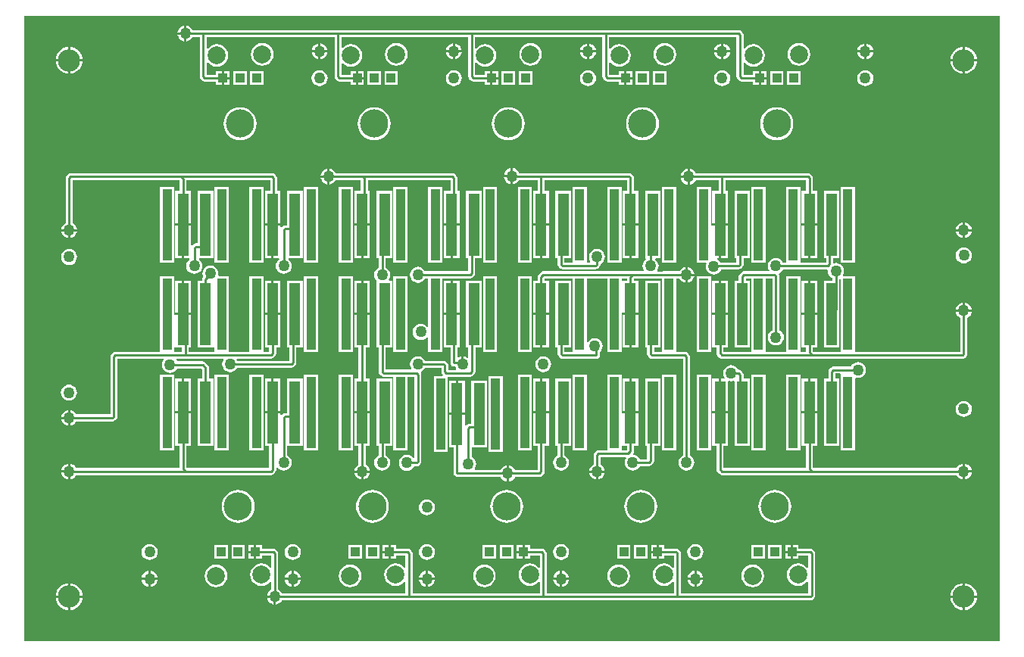
<source format=gbl>
G04*
G04 #@! TF.GenerationSoftware,Altium Limited,Altium Designer,20.2.6 (244)*
G04*
G04 Layer_Physical_Order=4*
G04 Layer_Color=16711680*
%FSLAX25Y25*%
%MOIN*%
G70*
G04*
G04 #@! TF.SameCoordinates,49C804FE-1F55-4C35-86A9-3D4A2AB346A9*
G04*
G04*
G04 #@! TF.FilePolarity,Positive*
G04*
G01*
G75*
%ADD12C,0.01000*%
%ADD25C,0.12402*%
%ADD26R,0.03937X0.03937*%
%ADD27C,0.07874*%
%ADD28C,0.09843*%
%ADD29C,0.05000*%
%ADD30R,0.04900X0.27600*%
%ADD31R,0.04300X0.31500*%
G36*
X547244Y118110D02*
X118110D01*
Y393701D01*
X547244D01*
Y118110D01*
D02*
G37*
%LPC*%
G36*
X188476Y389291D02*
X188063Y389237D01*
X187211Y388884D01*
X186480Y388323D01*
X185919Y387592D01*
X185566Y386740D01*
X185512Y386327D01*
X188476D01*
Y389291D01*
D02*
G37*
G36*
Y385327D02*
X185512D01*
X185566Y384913D01*
X185919Y384062D01*
X186480Y383330D01*
X187211Y382769D01*
X188063Y382417D01*
X188476Y382362D01*
Y385327D01*
D02*
G37*
G36*
X488689Y381417D02*
Y378453D01*
X491653D01*
X491599Y378866D01*
X491246Y379718D01*
X490685Y380449D01*
X489954Y381010D01*
X489103Y381363D01*
X488689Y381417D01*
D02*
G37*
G36*
X487689D02*
X487275Y381363D01*
X486424Y381010D01*
X485693Y380449D01*
X485132Y379718D01*
X484779Y378866D01*
X484725Y378453D01*
X487689D01*
Y381417D01*
D02*
G37*
G36*
X425697D02*
Y378453D01*
X428661D01*
X428607Y378866D01*
X428254Y379718D01*
X427693Y380449D01*
X426962Y381010D01*
X426111Y381363D01*
X425697Y381417D01*
D02*
G37*
G36*
X424697D02*
X424283Y381363D01*
X423432Y381010D01*
X422701Y380449D01*
X422140Y379718D01*
X421787Y378866D01*
X421733Y378453D01*
X424697D01*
Y381417D01*
D02*
G37*
G36*
X366642D02*
Y378453D01*
X369606D01*
X369552Y378866D01*
X369199Y379718D01*
X368638Y380449D01*
X367907Y381010D01*
X367055Y381363D01*
X366642Y381417D01*
D02*
G37*
G36*
X365642D02*
X365228Y381363D01*
X364377Y381010D01*
X363646Y380449D01*
X363085Y379718D01*
X362732Y378866D01*
X362677Y378453D01*
X365642D01*
Y381417D01*
D02*
G37*
G36*
X307587D02*
Y378453D01*
X310551D01*
X310496Y378866D01*
X310144Y379718D01*
X309583Y380449D01*
X308852Y381010D01*
X308000Y381363D01*
X307587Y381417D01*
D02*
G37*
G36*
X306587D02*
X306173Y381363D01*
X305322Y381010D01*
X304590Y380449D01*
X304029Y379718D01*
X303677Y378866D01*
X303622Y378453D01*
X306587D01*
Y381417D01*
D02*
G37*
G36*
X248532D02*
Y378453D01*
X251496D01*
X251441Y378866D01*
X251089Y379718D01*
X250528Y380449D01*
X249797Y381010D01*
X248945Y381363D01*
X248532Y381417D01*
D02*
G37*
G36*
X247532D02*
X247118Y381363D01*
X246266Y381010D01*
X245535Y380449D01*
X244974Y379718D01*
X244622Y378866D01*
X244567Y378453D01*
X247532D01*
Y381417D01*
D02*
G37*
G36*
X531996Y379916D02*
Y374516D01*
X537397D01*
X537332Y375177D01*
X536993Y376293D01*
X536443Y377321D01*
X535703Y378223D01*
X534802Y378963D01*
X533773Y379513D01*
X532657Y379851D01*
X531996Y379916D01*
D02*
G37*
G36*
X530996D02*
X530335Y379851D01*
X529219Y379513D01*
X528191Y378963D01*
X527289Y378223D01*
X526549Y377321D01*
X525999Y376293D01*
X525661Y375177D01*
X525595Y374516D01*
X530996D01*
Y379916D01*
D02*
G37*
G36*
X138295D02*
Y374516D01*
X143696D01*
X143631Y375177D01*
X143292Y376293D01*
X142743Y377321D01*
X142002Y378223D01*
X141101Y378963D01*
X140072Y379513D01*
X138956Y379851D01*
X138295Y379916D01*
D02*
G37*
G36*
X137295D02*
X136635Y379851D01*
X135518Y379513D01*
X134490Y378963D01*
X133588Y378223D01*
X132848Y377321D01*
X132298Y376293D01*
X131960Y375177D01*
X131895Y374516D01*
X137295D01*
Y379916D01*
D02*
G37*
G36*
X491653Y377453D02*
X488689D01*
Y374488D01*
X489103Y374543D01*
X489954Y374896D01*
X490685Y375457D01*
X491246Y376188D01*
X491599Y377039D01*
X491653Y377453D01*
D02*
G37*
G36*
X487689D02*
X484725D01*
X484779Y377039D01*
X485132Y376188D01*
X485693Y375457D01*
X486424Y374896D01*
X487275Y374543D01*
X487689Y374488D01*
Y377453D01*
D02*
G37*
G36*
X428661D02*
X425697D01*
Y374488D01*
X426111Y374543D01*
X426962Y374896D01*
X427693Y375457D01*
X428254Y376188D01*
X428607Y377039D01*
X428661Y377453D01*
D02*
G37*
G36*
X424697D02*
X421733D01*
X421787Y377039D01*
X422140Y376188D01*
X422701Y375457D01*
X423432Y374896D01*
X424283Y374543D01*
X424697Y374488D01*
Y377453D01*
D02*
G37*
G36*
X369606D02*
X366642D01*
Y374488D01*
X367055Y374543D01*
X367907Y374896D01*
X368638Y375457D01*
X369199Y376188D01*
X369552Y377039D01*
X369606Y377453D01*
D02*
G37*
G36*
X365642D02*
X362677D01*
X362732Y377039D01*
X363085Y376188D01*
X363646Y375457D01*
X364377Y374896D01*
X365228Y374543D01*
X365642Y374488D01*
Y377453D01*
D02*
G37*
G36*
X310551D02*
X307587D01*
Y374488D01*
X308000Y374543D01*
X308852Y374896D01*
X309583Y375457D01*
X310144Y376188D01*
X310496Y377039D01*
X310551Y377453D01*
D02*
G37*
G36*
X306587D02*
X303622D01*
X303677Y377039D01*
X304029Y376188D01*
X304590Y375457D01*
X305322Y374896D01*
X306173Y374543D01*
X306587Y374488D01*
Y377453D01*
D02*
G37*
G36*
X251496D02*
X248532D01*
Y374488D01*
X248945Y374543D01*
X249797Y374896D01*
X250528Y375457D01*
X251089Y376188D01*
X251441Y377039D01*
X251496Y377453D01*
D02*
G37*
G36*
X247532D02*
X244567D01*
X244622Y377039D01*
X244974Y376188D01*
X245535Y375457D01*
X246266Y374896D01*
X247118Y374543D01*
X247532Y374488D01*
Y377453D01*
D02*
G37*
G36*
X458976Y381653D02*
X457688Y381483D01*
X456487Y380986D01*
X455455Y380194D01*
X454664Y379163D01*
X454166Y377962D01*
X453997Y376673D01*
X454166Y375384D01*
X454664Y374183D01*
X455455Y373152D01*
X456487Y372361D01*
X457688Y371863D01*
X458976Y371694D01*
X460265Y371863D01*
X461466Y372361D01*
X462498Y373152D01*
X463289Y374183D01*
X463786Y375384D01*
X463956Y376673D01*
X463786Y377962D01*
X463289Y379163D01*
X462498Y380194D01*
X461466Y380986D01*
X460265Y381483D01*
X458976Y381653D01*
D02*
G37*
G36*
X399921D02*
X398632Y381483D01*
X397431Y380986D01*
X396400Y380194D01*
X395609Y379163D01*
X395111Y377962D01*
X394942Y376673D01*
X395111Y375384D01*
X395609Y374183D01*
X396400Y373152D01*
X397431Y372361D01*
X398632Y371863D01*
X399921Y371694D01*
X401210Y371863D01*
X402411Y372361D01*
X403442Y373152D01*
X404234Y374183D01*
X404731Y375384D01*
X404901Y376673D01*
X404731Y377962D01*
X404234Y379163D01*
X403442Y380194D01*
X402411Y380986D01*
X401210Y381483D01*
X399921Y381653D01*
D02*
G37*
G36*
X340866D02*
X339577Y381483D01*
X338376Y380986D01*
X337345Y380194D01*
X336554Y379163D01*
X336056Y377962D01*
X335887Y376673D01*
X336056Y375384D01*
X336554Y374183D01*
X337345Y373152D01*
X338376Y372361D01*
X339577Y371863D01*
X340866Y371694D01*
X342155Y371863D01*
X343356Y372361D01*
X344387Y373152D01*
X345179Y374183D01*
X345676Y375384D01*
X345846Y376673D01*
X345676Y377962D01*
X345179Y379163D01*
X344387Y380194D01*
X343356Y380986D01*
X342155Y381483D01*
X340866Y381653D01*
D02*
G37*
G36*
X281811D02*
X280522Y381483D01*
X279321Y380986D01*
X278290Y380194D01*
X277499Y379163D01*
X277001Y377962D01*
X276831Y376673D01*
X277001Y375384D01*
X277499Y374183D01*
X278290Y373152D01*
X279321Y372361D01*
X280522Y371863D01*
X281811Y371694D01*
X283100Y371863D01*
X284301Y372361D01*
X285332Y373152D01*
X286123Y374183D01*
X286621Y375384D01*
X286791Y376673D01*
X286621Y377962D01*
X286123Y379163D01*
X285332Y380194D01*
X284301Y380986D01*
X283100Y381483D01*
X281811Y381653D01*
D02*
G37*
G36*
X222756D02*
X221467Y381483D01*
X220266Y380986D01*
X219235Y380194D01*
X218443Y379163D01*
X217946Y377962D01*
X217776Y376673D01*
X217946Y375384D01*
X218443Y374183D01*
X219235Y373152D01*
X220266Y372361D01*
X221467Y371863D01*
X222756Y371694D01*
X224045Y371863D01*
X225246Y372361D01*
X226277Y373152D01*
X227068Y374183D01*
X227566Y375384D01*
X227735Y376673D01*
X227566Y377962D01*
X227068Y379163D01*
X226277Y380194D01*
X225246Y380986D01*
X224045Y381483D01*
X222756Y381653D01*
D02*
G37*
G36*
X189476Y389291D02*
Y385827D01*
Y382362D01*
X189890Y382417D01*
X190742Y382769D01*
X191473Y383330D01*
X192034Y384062D01*
X192131Y384297D01*
X195321D01*
Y366727D01*
X195437Y366142D01*
X195769Y365646D01*
X196355Y365060D01*
X196851Y364729D01*
X197436Y364612D01*
X202543D01*
Y363173D01*
X205012D01*
Y366142D01*
Y369110D01*
X202543D01*
Y367671D01*
X198380D01*
Y372914D01*
X198880Y373083D01*
X199235Y372621D01*
X200266Y371829D01*
X201467Y371332D01*
X202756Y371162D01*
X204045Y371332D01*
X205246Y371829D01*
X206277Y372621D01*
X207068Y373652D01*
X207566Y374853D01*
X207735Y376142D01*
X207566Y377431D01*
X207068Y378631D01*
X206277Y379663D01*
X205246Y380454D01*
X204045Y380952D01*
X202756Y381121D01*
X201467Y380952D01*
X200266Y380454D01*
X199235Y379663D01*
X198880Y379200D01*
X198380Y379370D01*
Y384297D01*
X254549D01*
Y366727D01*
X254665Y366142D01*
X254997Y365646D01*
X255582Y365060D01*
X256079Y364729D01*
X256664Y364612D01*
X261598D01*
Y363173D01*
X264067D01*
Y366142D01*
Y369110D01*
X261598D01*
Y367671D01*
X257608D01*
Y372732D01*
X258081Y372893D01*
X258290Y372621D01*
X259321Y371829D01*
X260522Y371332D01*
X261811Y371162D01*
X263100Y371332D01*
X264301Y371829D01*
X265332Y372621D01*
X266124Y373652D01*
X266621Y374853D01*
X266791Y376142D01*
X266621Y377431D01*
X266124Y378631D01*
X265332Y379663D01*
X264301Y380454D01*
X263100Y380952D01*
X261811Y381121D01*
X260522Y380952D01*
X259321Y380454D01*
X258290Y379663D01*
X258081Y379391D01*
X257608Y379551D01*
Y384297D01*
X313431D01*
Y366727D01*
X313548Y366142D01*
X313879Y365646D01*
X314465Y365060D01*
X314961Y364729D01*
X315546Y364612D01*
X320654D01*
Y363173D01*
X323122D01*
Y366142D01*
Y369110D01*
X320654D01*
Y367671D01*
X316490D01*
Y372914D01*
X316990Y373083D01*
X317345Y372621D01*
X318376Y371829D01*
X319577Y371332D01*
X320866Y371162D01*
X322155Y371332D01*
X323356Y371829D01*
X324387Y372621D01*
X325179Y373652D01*
X325676Y374853D01*
X325846Y376142D01*
X325676Y377431D01*
X325179Y378631D01*
X324387Y379663D01*
X323356Y380454D01*
X322155Y380952D01*
X320866Y381121D01*
X319577Y380952D01*
X318376Y380454D01*
X317345Y379663D01*
X316990Y379200D01*
X316490Y379370D01*
Y384297D01*
X372486D01*
Y366727D01*
X372603Y366142D01*
X372934Y365646D01*
X373520Y365060D01*
X374016Y364729D01*
X374602Y364612D01*
X379709D01*
Y363173D01*
X382177D01*
Y366142D01*
Y369110D01*
X379709D01*
Y367671D01*
X375545D01*
Y372914D01*
X376045Y373083D01*
X376400Y372621D01*
X377431Y371829D01*
X378632Y371332D01*
X379921Y371162D01*
X381210Y371332D01*
X382411Y371829D01*
X383442Y372621D01*
X384234Y373652D01*
X384731Y374853D01*
X384901Y376142D01*
X384731Y377431D01*
X384234Y378631D01*
X383442Y379663D01*
X382411Y380454D01*
X381210Y380952D01*
X379921Y381121D01*
X378632Y380952D01*
X377431Y380454D01*
X376400Y379663D01*
X376045Y379200D01*
X375545Y379370D01*
Y384297D01*
X431541D01*
Y366727D01*
X431658Y366142D01*
X431989Y365646D01*
X432575Y365060D01*
X433071Y364729D01*
X433657Y364612D01*
X438764D01*
Y363173D01*
X441232D01*
Y366142D01*
X441732D01*
D01*
X441232D01*
Y369110D01*
X438764D01*
Y367671D01*
X434600D01*
Y372914D01*
X435100Y373083D01*
X435455Y372621D01*
X436487Y371829D01*
X437688Y371332D01*
X438976Y371162D01*
X440265Y371332D01*
X441466Y371829D01*
X442497Y372621D01*
X443289Y373652D01*
X443786Y374853D01*
X443956Y376142D01*
X443786Y377431D01*
X443289Y378631D01*
X442497Y379663D01*
X441466Y380454D01*
X440265Y380952D01*
X438976Y381121D01*
X437688Y380952D01*
X436487Y380454D01*
X435455Y379663D01*
X435100Y379200D01*
X434600Y379370D01*
Y385241D01*
X434484Y385826D01*
X434152Y386322D01*
X433567Y386908D01*
X433070Y387240D01*
X432485Y387356D01*
X192131D01*
X192034Y387592D01*
X191473Y388323D01*
X190742Y388884D01*
X189890Y389237D01*
X189476Y389291D01*
D02*
G37*
G36*
X537397Y373516D02*
X531996D01*
Y368115D01*
X532657Y368180D01*
X533773Y368519D01*
X534802Y369069D01*
X535703Y369809D01*
X536443Y370710D01*
X536993Y371739D01*
X537332Y372855D01*
X537397Y373516D01*
D02*
G37*
G36*
X530996D02*
X525595D01*
X525661Y372855D01*
X525999Y371739D01*
X526549Y370710D01*
X527289Y369809D01*
X528191Y369069D01*
X529219Y368519D01*
X530335Y368180D01*
X530996Y368115D01*
Y373516D01*
D02*
G37*
G36*
X143696D02*
X138295D01*
Y368115D01*
X138956Y368180D01*
X140072Y368519D01*
X141101Y369069D01*
X142002Y369809D01*
X142743Y370710D01*
X143292Y371739D01*
X143631Y372855D01*
X143696Y373516D01*
D02*
G37*
G36*
X137295D02*
X131895D01*
X131960Y372855D01*
X132298Y371739D01*
X132848Y370710D01*
X133588Y369809D01*
X134490Y369069D01*
X135518Y368519D01*
X136635Y368180D01*
X137295Y368115D01*
Y373516D01*
D02*
G37*
G36*
X444701Y369110D02*
X442232D01*
Y366642D01*
X444701D01*
Y369110D01*
D02*
G37*
G36*
X326590D02*
X324122D01*
Y366642D01*
X326590D01*
Y369110D01*
D02*
G37*
G36*
X267535D02*
X265067D01*
Y366642D01*
X267535D01*
Y369110D01*
D02*
G37*
G36*
X208480D02*
X206012D01*
Y366642D01*
X208480D01*
Y369110D01*
D02*
G37*
G36*
X385646D02*
X383177D01*
Y366642D01*
X385646D01*
Y369110D01*
D02*
G37*
G36*
X459661D02*
X453724D01*
Y363173D01*
X459661D01*
Y369110D01*
D02*
G37*
G36*
X452181D02*
X446244D01*
Y363173D01*
X452181D01*
Y369110D01*
D02*
G37*
G36*
X444701Y365642D02*
X442232D01*
Y363173D01*
X444701D01*
Y365642D01*
D02*
G37*
G36*
X400606Y369110D02*
X394669D01*
Y363173D01*
X400606D01*
Y369110D01*
D02*
G37*
G36*
X393126D02*
X387189D01*
Y363173D01*
X393126D01*
Y369110D01*
D02*
G37*
G36*
X385646Y365642D02*
X383177D01*
Y363173D01*
X385646D01*
Y365642D01*
D02*
G37*
G36*
X341551Y369110D02*
X335614D01*
Y363173D01*
X341551D01*
Y369110D01*
D02*
G37*
G36*
X334071D02*
X328134D01*
Y363173D01*
X334071D01*
Y369110D01*
D02*
G37*
G36*
X326590Y365642D02*
X324122D01*
Y363173D01*
X326590D01*
Y365642D01*
D02*
G37*
G36*
X282496Y369110D02*
X276559D01*
Y363173D01*
X282496D01*
Y369110D01*
D02*
G37*
G36*
X275016D02*
X269079D01*
Y363173D01*
X275016D01*
Y369110D01*
D02*
G37*
G36*
X267535Y365642D02*
X265067D01*
Y363173D01*
X267535D01*
Y365642D01*
D02*
G37*
G36*
X223441Y369110D02*
X217504D01*
Y363173D01*
X223441D01*
Y369110D01*
D02*
G37*
G36*
X215961D02*
X210024D01*
Y363173D01*
X215961D01*
Y369110D01*
D02*
G37*
G36*
X208480Y365642D02*
X206012D01*
Y363173D01*
X208480D01*
Y365642D01*
D02*
G37*
G36*
X488189Y369672D02*
X487275Y369552D01*
X486424Y369199D01*
X485693Y368638D01*
X485132Y367907D01*
X484779Y367055D01*
X484659Y366142D01*
X484779Y365228D01*
X485132Y364377D01*
X485693Y363646D01*
X486424Y363085D01*
X487275Y362732D01*
X488189Y362612D01*
X489103Y362732D01*
X489954Y363085D01*
X490685Y363646D01*
X491246Y364377D01*
X491599Y365228D01*
X491719Y366142D01*
X491599Y367055D01*
X491246Y367907D01*
X490685Y368638D01*
X489954Y369199D01*
X489103Y369552D01*
X488189Y369672D01*
D02*
G37*
G36*
X425197D02*
X424283Y369552D01*
X423432Y369199D01*
X422701Y368638D01*
X422140Y367907D01*
X421787Y367055D01*
X421667Y366142D01*
X421787Y365228D01*
X422140Y364377D01*
X422701Y363646D01*
X423432Y363085D01*
X424283Y362732D01*
X425197Y362612D01*
X426111Y362732D01*
X426962Y363085D01*
X427693Y363646D01*
X428254Y364377D01*
X428607Y365228D01*
X428727Y366142D01*
X428607Y367055D01*
X428254Y367907D01*
X427693Y368638D01*
X426962Y369199D01*
X426111Y369552D01*
X425197Y369672D01*
D02*
G37*
G36*
X366142D02*
X365228Y369552D01*
X364377Y369199D01*
X363646Y368638D01*
X363085Y367907D01*
X362732Y367055D01*
X362612Y366142D01*
X362732Y365228D01*
X363085Y364377D01*
X363646Y363646D01*
X364377Y363085D01*
X365228Y362732D01*
X366142Y362612D01*
X367055Y362732D01*
X367907Y363085D01*
X368638Y363646D01*
X369199Y364377D01*
X369552Y365228D01*
X369672Y366142D01*
X369552Y367055D01*
X369199Y367907D01*
X368638Y368638D01*
X367907Y369199D01*
X367055Y369552D01*
X366142Y369672D01*
D02*
G37*
G36*
X307087D02*
X306173Y369552D01*
X305322Y369199D01*
X304590Y368638D01*
X304029Y367907D01*
X303677Y367055D01*
X303556Y366142D01*
X303677Y365228D01*
X304029Y364377D01*
X304590Y363646D01*
X305322Y363085D01*
X306173Y362732D01*
X307087Y362612D01*
X308000Y362732D01*
X308852Y363085D01*
X309583Y363646D01*
X310144Y364377D01*
X310496Y365228D01*
X310617Y366142D01*
X310496Y367055D01*
X310144Y367907D01*
X309583Y368638D01*
X308852Y369199D01*
X308000Y369552D01*
X307087Y369672D01*
D02*
G37*
G36*
X248031D02*
X247118Y369552D01*
X246266Y369199D01*
X245535Y368638D01*
X244974Y367907D01*
X244622Y367055D01*
X244501Y366142D01*
X244622Y365228D01*
X244974Y364377D01*
X245535Y363646D01*
X246266Y363085D01*
X247118Y362732D01*
X248031Y362612D01*
X248945Y362732D01*
X249797Y363085D01*
X250528Y363646D01*
X251089Y364377D01*
X251441Y365228D01*
X251562Y366142D01*
X251441Y367055D01*
X251089Y367907D01*
X250528Y368638D01*
X249797Y369199D01*
X248945Y369552D01*
X248031Y369672D01*
D02*
G37*
G36*
X449213Y353299D02*
X447801Y353160D01*
X446444Y352748D01*
X445193Y352079D01*
X444096Y351179D01*
X443196Y350083D01*
X442528Y348832D01*
X442116Y347475D01*
X441977Y346063D01*
X442116Y344651D01*
X442528Y343294D01*
X443196Y342043D01*
X444096Y340947D01*
X445193Y340047D01*
X446444Y339378D01*
X447801Y338966D01*
X449213Y338827D01*
X450624Y338966D01*
X451981Y339378D01*
X453232Y340047D01*
X454329Y340947D01*
X455229Y342043D01*
X455897Y343294D01*
X456309Y344651D01*
X456448Y346063D01*
X456309Y347475D01*
X455897Y348832D01*
X455229Y350083D01*
X454329Y351179D01*
X453232Y352079D01*
X451981Y352748D01*
X450624Y353160D01*
X449213Y353299D01*
D02*
G37*
G36*
X390158D02*
X388746Y353160D01*
X387388Y352748D01*
X386138Y352079D01*
X385041Y351179D01*
X384141Y350083D01*
X383473Y348832D01*
X383061Y347475D01*
X382922Y346063D01*
X383061Y344651D01*
X383473Y343294D01*
X384141Y342043D01*
X385041Y340947D01*
X386138Y340047D01*
X387388Y339378D01*
X388746Y338966D01*
X390158Y338827D01*
X391569Y338966D01*
X392926Y339378D01*
X394177Y340047D01*
X395274Y340947D01*
X396174Y342043D01*
X396842Y343294D01*
X397254Y344651D01*
X397393Y346063D01*
X397254Y347475D01*
X396842Y348832D01*
X396174Y350083D01*
X395274Y351179D01*
X394177Y352079D01*
X392926Y352748D01*
X391569Y353160D01*
X390158Y353299D01*
D02*
G37*
G36*
X331102D02*
X329691Y353160D01*
X328333Y352748D01*
X327082Y352079D01*
X325986Y351179D01*
X325086Y350083D01*
X324417Y348832D01*
X324006Y347475D01*
X323867Y346063D01*
X324006Y344651D01*
X324417Y343294D01*
X325086Y342043D01*
X325986Y340947D01*
X327082Y340047D01*
X328333Y339378D01*
X329691Y338966D01*
X331102Y338827D01*
X332514Y338966D01*
X333871Y339378D01*
X335122Y340047D01*
X336219Y340947D01*
X337119Y342043D01*
X337787Y343294D01*
X338199Y344651D01*
X338338Y346063D01*
X338199Y347475D01*
X337787Y348832D01*
X337119Y350083D01*
X336219Y351179D01*
X335122Y352079D01*
X333871Y352748D01*
X332514Y353160D01*
X331102Y353299D01*
D02*
G37*
G36*
X272047D02*
X270636Y353160D01*
X269278Y352748D01*
X268027Y352079D01*
X266931Y351179D01*
X266031Y350083D01*
X265362Y348832D01*
X264951Y347475D01*
X264812Y346063D01*
X264951Y344651D01*
X265362Y343294D01*
X266031Y342043D01*
X266931Y340947D01*
X268027Y340047D01*
X269278Y339378D01*
X270636Y338966D01*
X272047Y338827D01*
X273459Y338966D01*
X274816Y339378D01*
X276067Y340047D01*
X277164Y340947D01*
X278063Y342043D01*
X278732Y343294D01*
X279144Y344651D01*
X279283Y346063D01*
X279144Y347475D01*
X278732Y348832D01*
X278063Y350083D01*
X277164Y351179D01*
X276067Y352079D01*
X274816Y352748D01*
X273459Y353160D01*
X272047Y353299D01*
D02*
G37*
G36*
X212992D02*
X211580Y353160D01*
X210223Y352748D01*
X208972Y352079D01*
X207876Y351179D01*
X206976Y350083D01*
X206307Y348832D01*
X205895Y347475D01*
X205756Y346063D01*
X205895Y344651D01*
X206307Y343294D01*
X206976Y342043D01*
X207876Y340947D01*
X208972Y340047D01*
X210223Y339378D01*
X211580Y338966D01*
X212992Y338827D01*
X214404Y338966D01*
X215761Y339378D01*
X217012Y340047D01*
X218109Y340947D01*
X219008Y342043D01*
X219677Y343294D01*
X220089Y344651D01*
X220228Y346063D01*
X220089Y347475D01*
X219677Y348832D01*
X219008Y350083D01*
X218109Y351179D01*
X217012Y352079D01*
X215761Y352748D01*
X214404Y353160D01*
X212992Y353299D01*
D02*
G37*
G36*
X332132Y326500D02*
X331719Y326446D01*
X330867Y326093D01*
X330136Y325532D01*
X329575Y324801D01*
X329222Y323949D01*
X329168Y323536D01*
X332132D01*
Y326500D01*
D02*
G37*
G36*
X251468Y326299D02*
X251055Y326245D01*
X250203Y325892D01*
X249472Y325331D01*
X248911Y324600D01*
X248559Y323748D01*
X248504Y323335D01*
X251468D01*
Y326299D01*
D02*
G37*
G36*
X409928Y326216D02*
X409514Y326162D01*
X408662Y325809D01*
X407931Y325248D01*
X407370Y324517D01*
X407018Y323665D01*
X406963Y323252D01*
X409928D01*
Y326216D01*
D02*
G37*
G36*
X332132Y322536D02*
X329168D01*
X329222Y322122D01*
X329575Y321270D01*
X330136Y320539D01*
X330867Y319978D01*
X331719Y319626D01*
X332132Y319571D01*
Y322536D01*
D02*
G37*
G36*
X251468Y322335D02*
X248504D01*
X248559Y321921D01*
X248911Y321070D01*
X249472Y320338D01*
X250203Y319777D01*
X251055Y319425D01*
X251468Y319370D01*
Y322335D01*
D02*
G37*
G36*
X409928Y322252D02*
X406963D01*
X407018Y321838D01*
X407370Y320987D01*
X407931Y320255D01*
X408662Y319694D01*
X409514Y319342D01*
X409928Y319287D01*
Y322252D01*
D02*
G37*
G36*
X410927Y326216D02*
Y322752D01*
Y319287D01*
X411341Y319342D01*
X412193Y319694D01*
X412924Y320255D01*
X413485Y320987D01*
X413617Y321305D01*
X423667D01*
Y316414D01*
X420763D01*
Y302114D01*
X427663D01*
Y316414D01*
X426726D01*
Y321305D01*
X462053D01*
Y316414D01*
X460133D01*
Y302114D01*
X467033D01*
Y316414D01*
X465112D01*
Y322249D01*
X464996Y322834D01*
X464664Y323330D01*
X464078Y323916D01*
X463582Y324248D01*
X462997Y324364D01*
X413548D01*
X413485Y324517D01*
X412924Y325248D01*
X412193Y325809D01*
X411341Y326162D01*
X410927Y326216D01*
D02*
G37*
G36*
X333132Y326500D02*
Y323036D01*
Y319571D01*
X333546Y319626D01*
X334397Y319978D01*
X335128Y320539D01*
X335689Y321270D01*
X335704Y321305D01*
X343943D01*
Y316414D01*
X342022D01*
Y302114D01*
X348922D01*
Y316414D01*
X347002D01*
Y321305D01*
X383313D01*
Y316414D01*
X381393D01*
Y302114D01*
X388293D01*
Y316414D01*
X386372D01*
Y322249D01*
X386256Y322834D01*
X385924Y323330D01*
X385338Y323916D01*
X384842Y324248D01*
X384257Y324364D01*
X335870D01*
X335689Y324801D01*
X335128Y325532D01*
X334397Y326093D01*
X333546Y326446D01*
X333132Y326500D01*
D02*
G37*
G36*
X252468Y326299D02*
Y322835D01*
Y319370D01*
X252882Y319425D01*
X253734Y319777D01*
X254465Y320338D01*
X255026Y321070D01*
X255123Y321305D01*
X266187D01*
Y316414D01*
X263282D01*
Y302114D01*
X270182D01*
Y316414D01*
X269246D01*
Y321305D01*
X305557D01*
Y316414D01*
X302652D01*
Y302114D01*
X309552D01*
Y316414D01*
X308616D01*
Y322249D01*
X308500Y322834D01*
X308168Y323330D01*
X307582Y323916D01*
X307086Y324248D01*
X306501Y324364D01*
X255123D01*
X255026Y324600D01*
X254465Y325331D01*
X253734Y325892D01*
X252882Y326245D01*
X252468Y326299D01*
D02*
G37*
G36*
X227175Y324364D02*
X138381D01*
X137796Y324248D01*
X137300Y323916D01*
X136714Y323330D01*
X136382Y322834D01*
X136266Y322249D01*
Y302367D01*
X136030Y302270D01*
X135299Y301709D01*
X134738Y300978D01*
X134385Y300126D01*
X134331Y299713D01*
X141260D01*
X141205Y300126D01*
X140852Y300978D01*
X140292Y301709D01*
X139560Y302270D01*
X139325Y302367D01*
Y321305D01*
X186374D01*
X186463Y321217D01*
Y316414D01*
X184542D01*
Y302114D01*
X191442D01*
Y316414D01*
X189522D01*
Y321305D01*
X226231D01*
Y316414D01*
X223912D01*
Y302114D01*
X230812D01*
Y316414D01*
X229290D01*
Y322249D01*
X229174Y322834D01*
X228842Y323330D01*
X228256Y323916D01*
X227760Y324248D01*
X227175Y324364D01*
D02*
G37*
G36*
X240655Y316414D02*
X233755D01*
Y301328D01*
X232869D01*
X232284Y301211D01*
X231788Y300880D01*
X231312Y300404D01*
X230877Y300540D01*
X230812Y300589D01*
Y301114D01*
X227862D01*
Y286814D01*
X230078D01*
X230247Y286314D01*
X229787Y285961D01*
X229226Y285230D01*
X228873Y284378D01*
X228753Y283465D01*
X228873Y282551D01*
X229226Y281699D01*
X229787Y280968D01*
X230518Y280407D01*
X231370Y280055D01*
X232283Y279934D01*
X233197Y280055D01*
X234049Y280407D01*
X234780Y280968D01*
X235341Y281699D01*
X235693Y282551D01*
X235814Y283465D01*
X235693Y284378D01*
X235341Y285230D01*
X234780Y285961D01*
X234320Y286314D01*
X234489Y286814D01*
X240655D01*
Y316414D01*
D02*
G37*
G36*
X531996Y302677D02*
Y299713D01*
X534960D01*
X534906Y300126D01*
X534553Y300978D01*
X533992Y301709D01*
X533261Y302270D01*
X532410Y302623D01*
X531996Y302677D01*
D02*
G37*
G36*
X530996D02*
X530582Y302623D01*
X529731Y302270D01*
X529000Y301709D01*
X528439Y300978D01*
X528086Y300126D01*
X528032Y299713D01*
X530996D01*
Y302677D01*
D02*
G37*
G36*
X534960Y298713D02*
X531996D01*
Y295748D01*
X532410Y295803D01*
X533261Y296155D01*
X533992Y296716D01*
X534553Y297447D01*
X534906Y298299D01*
X534960Y298713D01*
D02*
G37*
G36*
X530996D02*
X528032D01*
X528086Y298299D01*
X528439Y297447D01*
X529000Y296716D01*
X529731Y296155D01*
X530582Y295803D01*
X530996Y295748D01*
Y298713D01*
D02*
G37*
G36*
X141260D02*
X138295D01*
Y295748D01*
X138709Y295803D01*
X139560Y296155D01*
X140292Y296716D01*
X140852Y297447D01*
X141205Y298299D01*
X141260Y298713D01*
D02*
G37*
G36*
X137295D02*
X134331D01*
X134385Y298299D01*
X134738Y297447D01*
X135299Y296716D01*
X136030Y296155D01*
X136882Y295803D01*
X137295Y295748D01*
Y298713D01*
D02*
G37*
G36*
X201285Y316414D02*
X194385D01*
Y293454D01*
X193499D01*
X192914Y293337D01*
X192418Y293006D01*
X191942Y292530D01*
X191507Y292666D01*
X191442Y292715D01*
Y301114D01*
X188492D01*
Y286814D01*
X190707D01*
X190877Y286314D01*
X190417Y285961D01*
X189856Y285230D01*
X189504Y284378D01*
X189383Y283465D01*
X189504Y282551D01*
X189856Y281699D01*
X190417Y280968D01*
X191148Y280407D01*
X192000Y280055D01*
X192913Y279934D01*
X193827Y280055D01*
X194678Y280407D01*
X195410Y280968D01*
X195971Y281699D01*
X196323Y282551D01*
X196444Y283465D01*
X196323Y284378D01*
X195971Y285230D01*
X195410Y285961D01*
X194950Y286314D01*
X195119Y286814D01*
X201285D01*
Y316414D01*
D02*
G37*
G36*
X467033Y301114D02*
X464083D01*
Y286814D01*
X467033D01*
Y301114D01*
D02*
G37*
G36*
X463083D02*
X460133D01*
Y286814D01*
X463083D01*
Y301114D01*
D02*
G37*
G36*
X427663D02*
X424713D01*
Y286814D01*
X427663D01*
Y301114D01*
D02*
G37*
G36*
X388293D02*
X385343D01*
Y286814D01*
X388293D01*
Y301114D01*
D02*
G37*
G36*
X384343D02*
X381393D01*
Y286814D01*
X384343D01*
Y301114D01*
D02*
G37*
G36*
X348922D02*
X345972D01*
Y286814D01*
X348922D01*
Y301114D01*
D02*
G37*
G36*
X344972D02*
X342022D01*
Y286814D01*
X344972D01*
Y301114D01*
D02*
G37*
G36*
X309552D02*
X306602D01*
Y286814D01*
X309552D01*
Y301114D01*
D02*
G37*
G36*
X305602D02*
X302652D01*
Y286814D01*
X305602D01*
Y301114D01*
D02*
G37*
G36*
X270182D02*
X267232D01*
Y286814D01*
X270182D01*
Y301114D01*
D02*
G37*
G36*
X266232D02*
X263282D01*
Y286814D01*
X266232D01*
Y301114D01*
D02*
G37*
G36*
X226862D02*
X223912D01*
Y286814D01*
X226862D01*
Y301114D01*
D02*
G37*
G36*
X187492D02*
X184542D01*
Y286814D01*
X187492D01*
Y301114D01*
D02*
G37*
G36*
X459626Y318364D02*
X453326D01*
Y284994D01*
X451974D01*
X451876Y285230D01*
X451315Y285961D01*
X450584Y286522D01*
X449733Y286875D01*
X448819Y286995D01*
X447905Y286875D01*
X447054Y286522D01*
X446323Y285961D01*
X445762Y285230D01*
X445409Y284378D01*
X445289Y283465D01*
X445409Y282551D01*
X445762Y281699D01*
X445911Y281505D01*
X445689Y281057D01*
X434641D01*
X434056Y280941D01*
X433560Y280609D01*
X432974Y280023D01*
X432642Y279527D01*
X432526Y278942D01*
Y277044D01*
X430605D01*
Y247444D01*
X437505D01*
Y277044D01*
X435584D01*
Y277998D01*
X438011D01*
Y245624D01*
X425830D01*
X425742Y245712D01*
Y247444D01*
X427663D01*
Y261744D01*
X420763D01*
Y247444D01*
X422683D01*
Y245079D01*
X422800Y244494D01*
X423131Y243997D01*
X424115Y243013D01*
X424612Y242682D01*
X425197Y242565D01*
X530910D01*
X531496Y242682D01*
X531992Y243013D01*
X532578Y243599D01*
X532909Y244095D01*
X533026Y244680D01*
Y260625D01*
X533261Y260722D01*
X533992Y261283D01*
X534553Y262014D01*
X534906Y262866D01*
X534960Y263280D01*
X528032D01*
X528086Y262866D01*
X528439Y262014D01*
X529000Y261283D01*
X529731Y260722D01*
X529967Y260625D01*
Y245624D01*
X483681D01*
Y278994D01*
X478482D01*
X478261Y279442D01*
X478297Y279489D01*
X478649Y280341D01*
X478770Y281254D01*
X478649Y282168D01*
X478297Y283019D01*
X477736Y283750D01*
X477004Y284311D01*
X476153Y284664D01*
X475239Y284784D01*
X474470Y284683D01*
X473970Y284992D01*
Y286814D01*
X476875D01*
Y316414D01*
X469975D01*
Y286814D01*
X470912D01*
Y284994D01*
X459626D01*
Y318364D01*
D02*
G37*
G36*
X365571D02*
X359271D01*
Y284994D01*
X355860D01*
Y286814D01*
X358765D01*
Y316414D01*
X351865D01*
Y286814D01*
X352801D01*
Y284050D01*
X352918Y283465D01*
X353249Y282969D01*
X353835Y282383D01*
X354331Y282052D01*
X354917Y281935D01*
X369493D01*
X370078Y282052D01*
X370574Y282383D01*
X371160Y282969D01*
X371492Y283465D01*
X371608Y284050D01*
Y284247D01*
X371844Y284344D01*
X372575Y284905D01*
X373136Y285636D01*
X373489Y286488D01*
X373609Y287402D01*
X373489Y288315D01*
X373136Y289167D01*
X372575Y289898D01*
X371844Y290459D01*
X370992Y290811D01*
X370079Y290932D01*
X369165Y290811D01*
X368314Y290459D01*
X367583Y289898D01*
X367021Y289167D01*
X366669Y288315D01*
X366548Y287402D01*
X366669Y286488D01*
X367021Y285636D01*
X367170Y285442D01*
X366949Y284994D01*
X365571D01*
Y318364D01*
D02*
G37*
G36*
X483681D02*
X477382D01*
Y284864D01*
X483681D01*
Y318364D01*
D02*
G37*
G36*
X444311D02*
X438011D01*
Y284864D01*
X444311D01*
Y318364D01*
D02*
G37*
G36*
X404941D02*
X398641D01*
Y284864D01*
X404941D01*
Y318364D01*
D02*
G37*
G36*
X380886D02*
X374586D01*
Y284864D01*
X380886D01*
Y318364D01*
D02*
G37*
G36*
X341516D02*
X335216D01*
Y284864D01*
X341516D01*
Y318364D01*
D02*
G37*
G36*
X326201D02*
X319901D01*
Y284864D01*
X326201D01*
Y318364D01*
D02*
G37*
G36*
X302146D02*
X295846D01*
Y284864D01*
X302146D01*
Y318364D01*
D02*
G37*
G36*
X286831D02*
X280531D01*
Y284864D01*
X286831D01*
Y318364D01*
D02*
G37*
G36*
X262776D02*
X256476D01*
Y284864D01*
X262776D01*
Y318364D01*
D02*
G37*
G36*
X247461D02*
X241161D01*
Y284864D01*
X247461D01*
Y318364D01*
D02*
G37*
G36*
X223406D02*
X217106D01*
Y284864D01*
X223406D01*
Y318364D01*
D02*
G37*
G36*
X208091D02*
X201791D01*
Y284864D01*
X208091D01*
Y318364D01*
D02*
G37*
G36*
X184036D02*
X177736D01*
Y284864D01*
X184036D01*
Y318364D01*
D02*
G37*
G36*
X531560Y291649D02*
X530646Y291529D01*
X529795Y291176D01*
X529064Y290615D01*
X528503Y289884D01*
X528150Y289032D01*
X528030Y288119D01*
X528150Y287205D01*
X528503Y286353D01*
X529064Y285622D01*
X529795Y285061D01*
X530646Y284709D01*
X531560Y284588D01*
X532474Y284709D01*
X533325Y285061D01*
X534056Y285622D01*
X534617Y286353D01*
X534970Y287205D01*
X535090Y288119D01*
X534970Y289032D01*
X534617Y289884D01*
X534056Y290615D01*
X533325Y291176D01*
X532474Y291529D01*
X531560Y291649D01*
D02*
G37*
G36*
X137795Y290932D02*
X136882Y290811D01*
X136030Y290459D01*
X135299Y289898D01*
X134738Y289167D01*
X134385Y288315D01*
X134265Y287402D01*
X134385Y286488D01*
X134738Y285636D01*
X135299Y284905D01*
X136030Y284344D01*
X136882Y283992D01*
X137795Y283871D01*
X138709Y283992D01*
X139560Y284344D01*
X140292Y284905D01*
X140852Y285636D01*
X141205Y286488D01*
X141325Y287402D01*
X141205Y288315D01*
X140852Y289167D01*
X140292Y289898D01*
X139560Y290459D01*
X138709Y290811D01*
X137795Y290932D01*
D02*
G37*
G36*
X319395Y316414D02*
X312495D01*
Y286814D01*
X313431D01*
Y281057D01*
X294493D01*
X294396Y281293D01*
X293835Y282024D01*
X293104Y282585D01*
X292252Y282938D01*
X291339Y283058D01*
X290425Y282938D01*
X289574Y282585D01*
X288842Y282024D01*
X288281Y281293D01*
X287929Y280441D01*
X287808Y279528D01*
X287929Y278614D01*
X288281Y277763D01*
X288842Y277031D01*
X289574Y276470D01*
X290425Y276118D01*
X291339Y275997D01*
X292252Y276118D01*
X293104Y276470D01*
X293835Y277031D01*
X294396Y277763D01*
X294493Y277998D01*
X295846D01*
Y256715D01*
X295346Y256545D01*
X295061Y256916D01*
X294330Y257477D01*
X293479Y257830D01*
X292565Y257950D01*
X291651Y257830D01*
X290800Y257477D01*
X290069Y256916D01*
X289508Y256185D01*
X289155Y255334D01*
X289035Y254420D01*
X289155Y253506D01*
X289508Y252655D01*
X290069Y251924D01*
X290800Y251363D01*
X291651Y251010D01*
X292565Y250890D01*
X293479Y251010D01*
X294330Y251363D01*
X295061Y251924D01*
X295346Y252295D01*
X295846Y252125D01*
Y245494D01*
X302146D01*
Y277998D01*
X314375D01*
X314960Y278115D01*
X315456Y278446D01*
X316042Y279032D01*
X316374Y279528D01*
X316490Y280113D01*
Y286814D01*
X319395D01*
Y316414D01*
D02*
G37*
G36*
X409949Y282992D02*
Y280028D01*
X412913D01*
X412859Y280441D01*
X412506Y281293D01*
X411945Y282024D01*
X411214Y282585D01*
X410362Y282938D01*
X409949Y282992D01*
D02*
G37*
G36*
X420256Y318364D02*
X413956D01*
Y284864D01*
X417960D01*
X418238Y284448D01*
X418090Y284091D01*
X417970Y283177D01*
X418090Y282264D01*
X418442Y281412D01*
X419003Y280681D01*
X419735Y280120D01*
X420586Y279767D01*
X421500Y279647D01*
X422413Y279767D01*
X423265Y280120D01*
X423996Y280681D01*
X424557Y281412D01*
X424774Y281935D01*
X432485D01*
X433070Y282052D01*
X433567Y282383D01*
X434152Y282969D01*
X434484Y283465D01*
X434600Y284050D01*
Y286814D01*
X437505D01*
Y316414D01*
X430605D01*
Y286814D01*
X431541D01*
Y284994D01*
X424517D01*
X423996Y285673D01*
X423265Y286234D01*
X423073Y286314D01*
X423173Y286814D01*
X423713D01*
Y301114D01*
X420763D01*
Y287498D01*
X420522Y287301D01*
X420256Y287422D01*
Y318364D01*
D02*
G37*
G36*
X412913Y279028D02*
X409949D01*
Y276063D01*
X410362Y276118D01*
X411214Y276470D01*
X411945Y277031D01*
X412506Y277763D01*
X412859Y278614D01*
X412913Y279028D01*
D02*
G37*
G36*
X398135Y316414D02*
X391235D01*
Y286814D01*
X391495D01*
X391665Y286314D01*
X391205Y285961D01*
X390644Y285230D01*
X390291Y284378D01*
X390171Y283465D01*
X390291Y282551D01*
X390644Y281699D01*
X390779Y281523D01*
X390623Y281190D01*
X390506Y281057D01*
X346457D01*
X345871Y280941D01*
X345375Y280609D01*
X344391Y279625D01*
X344059Y279129D01*
X343943Y278543D01*
Y277044D01*
X342022D01*
Y262744D01*
X348922D01*
Y277044D01*
X347002D01*
Y277910D01*
X347090Y277998D01*
X359271D01*
Y245624D01*
X355860D01*
Y247444D01*
X358765D01*
Y277044D01*
X351865D01*
Y247444D01*
X352801D01*
Y244680D01*
X352918Y244095D01*
X353249Y243599D01*
X353835Y243013D01*
X354331Y242682D01*
X354917Y242565D01*
X369826D01*
X370411Y242682D01*
X370907Y243013D01*
X370953Y243059D01*
X371285Y243555D01*
X371401Y244140D01*
Y245489D01*
X371603Y245644D01*
X372164Y246375D01*
X372516Y247227D01*
X372637Y248140D01*
X372516Y249054D01*
X372164Y249905D01*
X371603Y250637D01*
X370871Y251198D01*
X370020Y251550D01*
X369106Y251670D01*
X368193Y251550D01*
X367341Y251198D01*
X366610Y250637D01*
X366071Y249934D01*
X366019Y249931D01*
X365571Y250171D01*
Y277998D01*
X374586D01*
Y245494D01*
X380886D01*
Y277998D01*
X383313D01*
Y277044D01*
X381393D01*
Y262744D01*
X388293D01*
Y277044D01*
X386372D01*
Y277910D01*
X386460Y277998D01*
X390307D01*
X390624Y277935D01*
X398641D01*
Y245624D01*
X395230D01*
Y247444D01*
X398135D01*
Y277044D01*
X391235D01*
Y247444D01*
X392171D01*
Y244680D01*
X392288Y244095D01*
X392619Y243599D01*
X393205Y243013D01*
X393701Y242682D01*
X394287Y242565D01*
X407919D01*
Y200005D01*
X407684Y199908D01*
X406953Y199347D01*
X406392Y198616D01*
X406039Y197764D01*
X405919Y196850D01*
X406039Y195937D01*
X406392Y195085D01*
X406953Y194354D01*
X407684Y193793D01*
X408535Y193440D01*
X409449Y193320D01*
X410362Y193440D01*
X411214Y193793D01*
X411945Y194354D01*
X412506Y195085D01*
X412859Y195937D01*
X412979Y196850D01*
X412859Y197764D01*
X412506Y198616D01*
X411945Y199347D01*
X411214Y199908D01*
X410978Y200005D01*
Y243509D01*
X410862Y244094D01*
X410530Y244590D01*
X409944Y245176D01*
X409448Y245508D01*
X408863Y245624D01*
X404941D01*
Y277998D01*
X406294D01*
X406392Y277763D01*
X406953Y277031D01*
X407684Y276470D01*
X408535Y276118D01*
X408949Y276063D01*
Y279528D01*
Y282992D01*
X408535Y282938D01*
X407684Y282585D01*
X406953Y282024D01*
X406392Y281293D01*
X406294Y281057D01*
X399054D01*
X398737Y280994D01*
X396782D01*
X396561Y281442D01*
X396758Y281699D01*
X397111Y282551D01*
X397231Y283465D01*
X397111Y284378D01*
X396758Y285230D01*
X396197Y285961D01*
X395737Y286314D01*
X395907Y286814D01*
X398135D01*
Y316414D01*
D02*
G37*
G36*
X531996Y267244D02*
Y264280D01*
X534960D01*
X534906Y264693D01*
X534553Y265545D01*
X533992Y266276D01*
X533261Y266837D01*
X532410Y267189D01*
X531996Y267244D01*
D02*
G37*
G36*
X530996D02*
X530582Y267189D01*
X529731Y266837D01*
X529000Y266276D01*
X528439Y265545D01*
X528086Y264693D01*
X528032Y264280D01*
X530996D01*
Y267244D01*
D02*
G37*
G36*
X427663Y277044D02*
X424713D01*
Y262744D01*
X427663D01*
Y277044D01*
D02*
G37*
G36*
X423713D02*
X420763D01*
Y262744D01*
X423713D01*
Y277044D01*
D02*
G37*
G36*
X309552D02*
X306602D01*
Y262744D01*
X309552D01*
Y277044D01*
D02*
G37*
G36*
X305602D02*
X302652D01*
Y262744D01*
X305602D01*
Y277044D01*
D02*
G37*
G36*
X270182D02*
X267232D01*
Y262744D01*
X270182D01*
Y277044D01*
D02*
G37*
G36*
X266232D02*
X263282D01*
Y262744D01*
X266232D01*
Y277044D01*
D02*
G37*
G36*
X230812D02*
X227862D01*
Y262744D01*
X230812D01*
Y277044D01*
D02*
G37*
G36*
X226862D02*
X223912D01*
Y262744D01*
X226862D01*
Y277044D01*
D02*
G37*
G36*
X191442D02*
X188492D01*
Y262744D01*
X191442D01*
Y277044D01*
D02*
G37*
G36*
X187492D02*
X184542D01*
Y262744D01*
X187492D01*
Y277044D01*
D02*
G37*
G36*
X388293Y261744D02*
X385343D01*
Y247444D01*
X388293D01*
Y261744D01*
D02*
G37*
G36*
X384343D02*
X381393D01*
Y247444D01*
X384343D01*
Y261744D01*
D02*
G37*
G36*
X348922D02*
X345972D01*
Y247444D01*
X348922D01*
Y261744D01*
D02*
G37*
G36*
X344972D02*
X342022D01*
Y247444D01*
X344972D01*
Y261744D01*
D02*
G37*
G36*
X200012Y283651D02*
X199098Y283531D01*
X198247Y283178D01*
X197516Y282617D01*
X196955Y281886D01*
X196602Y281035D01*
X196482Y280121D01*
X196602Y279208D01*
X196817Y278689D01*
X196753Y278625D01*
X196422Y278129D01*
X196305Y277544D01*
Y277044D01*
X194385D01*
Y247444D01*
X201285D01*
Y276266D01*
X201291Y276269D01*
X201791Y275969D01*
Y245687D01*
X199386D01*
X199069Y245624D01*
X190506D01*
Y247444D01*
X191442D01*
Y261744D01*
X184542D01*
Y247444D01*
X187447D01*
Y245624D01*
X184036D01*
Y278994D01*
X177736D01*
Y245624D01*
X158066D01*
X157481Y245508D01*
X156985Y245176D01*
X156399Y244590D01*
X156067Y244094D01*
X155951Y243509D01*
Y218065D01*
X140950D01*
X140852Y218301D01*
X140292Y219032D01*
X139560Y219593D01*
X138709Y219945D01*
X138295Y220000D01*
Y216535D01*
Y213071D01*
X138709Y213125D01*
X139560Y213478D01*
X140292Y214039D01*
X140852Y214770D01*
X140950Y215006D01*
X156895D01*
X157480Y215123D01*
X157976Y215454D01*
X158562Y216040D01*
X158893Y216536D01*
X159010Y217121D01*
Y242565D01*
X179225D01*
X179471Y242065D01*
X179132Y241623D01*
X178779Y240772D01*
X178659Y239858D01*
X178779Y238944D01*
X179132Y238093D01*
X179693Y237362D01*
X180424Y236801D01*
X181275Y236448D01*
X182189Y236328D01*
X183103Y236448D01*
X183954Y236801D01*
X184685Y237362D01*
X185247Y238093D01*
X185344Y238329D01*
X195917D01*
X196305Y237941D01*
Y233737D01*
X194385D01*
Y204137D01*
X201285D01*
Y233737D01*
X199364D01*
Y238574D01*
X199248Y239159D01*
X198916Y239655D01*
X197632Y240939D01*
X197136Y241271D01*
X196551Y241387D01*
X185344D01*
X185247Y241623D01*
X184907Y242065D01*
X185154Y242565D01*
X199323D01*
X199640Y242628D01*
X205580D01*
X205801Y242180D01*
X205604Y241923D01*
X205252Y241071D01*
X205131Y240158D01*
X205252Y239244D01*
X205604Y238392D01*
X206165Y237661D01*
X206896Y237100D01*
X207748Y236748D01*
X208661Y236627D01*
X209575Y236748D01*
X210426Y237100D01*
X211158Y237661D01*
X211719Y238392D01*
X211816Y238628D01*
X235635D01*
X236220Y238744D01*
X236716Y239076D01*
X237302Y239662D01*
X237633Y240158D01*
X237750Y240743D01*
Y247444D01*
X240655D01*
Y277044D01*
X233755D01*
Y247444D01*
X234691D01*
Y241687D01*
X211816D01*
X211719Y241923D01*
X211521Y242180D01*
X211742Y242628D01*
X226776D01*
X227362Y242744D01*
X227858Y243076D01*
X228444Y243662D01*
X228775Y244158D01*
X228892Y244743D01*
Y247444D01*
X230812D01*
Y261744D01*
X223912D01*
Y247444D01*
X225833D01*
Y245687D01*
X223406D01*
Y278994D01*
X217106D01*
Y245687D01*
X208091D01*
Y278994D01*
X203832D01*
X203459Y279494D01*
X203542Y280121D01*
X203422Y281035D01*
X203069Y281886D01*
X202508Y282617D01*
X201777Y283178D01*
X200925Y283531D01*
X200012Y283651D01*
D02*
G37*
G36*
X420256Y278994D02*
X413956D01*
Y245494D01*
X420256D01*
Y278994D01*
D02*
G37*
G36*
X341516D02*
X335216D01*
Y245494D01*
X341516D01*
Y278994D01*
D02*
G37*
G36*
X326201D02*
X319901D01*
Y245494D01*
X326201D01*
Y278994D01*
D02*
G37*
G36*
X286831D02*
X280531D01*
Y245494D01*
X286831D01*
Y278994D01*
D02*
G37*
G36*
X262776D02*
X256476D01*
Y245494D01*
X262776D01*
Y278994D01*
D02*
G37*
G36*
X247461D02*
X241161D01*
Y245494D01*
X247461D01*
Y278994D01*
D02*
G37*
G36*
X346457Y243688D02*
X345543Y243567D01*
X344692Y243215D01*
X343960Y242654D01*
X343399Y241923D01*
X343047Y241071D01*
X342927Y240158D01*
X343047Y239244D01*
X343399Y238392D01*
X343960Y237661D01*
X344692Y237100D01*
X345543Y236748D01*
X346457Y236627D01*
X347370Y236748D01*
X348222Y237100D01*
X348953Y237661D01*
X349514Y238392D01*
X349867Y239244D01*
X349987Y240158D01*
X349867Y241071D01*
X349514Y241923D01*
X348953Y242654D01*
X348222Y243215D01*
X347370Y243567D01*
X346457Y243688D01*
D02*
G37*
G36*
X484991Y241133D02*
X484078Y241013D01*
X483226Y240660D01*
X482495Y240099D01*
X481934Y239368D01*
X481836Y239132D01*
X474011D01*
X473426Y239016D01*
X472930Y238684D01*
X472344Y238098D01*
X472012Y237602D01*
X471896Y237017D01*
Y233737D01*
X469975D01*
Y204137D01*
X476875D01*
Y233737D01*
X474955D01*
Y236073D01*
X477108D01*
X477382Y235687D01*
Y202187D01*
X483681D01*
Y233888D01*
X484181Y234179D01*
X484991Y234072D01*
X485905Y234193D01*
X486756Y234545D01*
X487487Y235106D01*
X488048Y235838D01*
X488401Y236689D01*
X488521Y237603D01*
X488401Y238516D01*
X488048Y239368D01*
X487487Y240099D01*
X486756Y240660D01*
X485905Y241013D01*
X484991Y241133D01*
D02*
G37*
G36*
X137729Y231172D02*
X136815Y231052D01*
X135964Y230699D01*
X135232Y230138D01*
X134671Y229407D01*
X134319Y228556D01*
X134198Y227642D01*
X134319Y226728D01*
X134671Y225877D01*
X135232Y225146D01*
X135964Y224585D01*
X136815Y224232D01*
X137729Y224112D01*
X138642Y224232D01*
X139494Y224585D01*
X140225Y225146D01*
X140786Y225877D01*
X141139Y226728D01*
X141259Y227642D01*
X141139Y228556D01*
X140786Y229407D01*
X140225Y230138D01*
X139494Y230699D01*
X138642Y231052D01*
X137729Y231172D01*
D02*
G37*
G36*
X467033Y233737D02*
X464083D01*
Y219437D01*
X467033D01*
Y233737D01*
D02*
G37*
G36*
X463083D02*
X460133D01*
Y219437D01*
X463083D01*
Y233737D01*
D02*
G37*
G36*
X423713D02*
X420763D01*
Y219437D01*
X423713D01*
Y233737D01*
D02*
G37*
G36*
X388293D02*
X385343D01*
Y219437D01*
X388293D01*
Y233737D01*
D02*
G37*
G36*
X384343D02*
X381393D01*
Y219437D01*
X384343D01*
Y233737D01*
D02*
G37*
G36*
X348922D02*
X345972D01*
Y219437D01*
X348922D01*
Y233737D01*
D02*
G37*
G36*
X344972D02*
X342022D01*
Y219437D01*
X344972D01*
Y233737D01*
D02*
G37*
G36*
X270182Y261744D02*
X263282D01*
Y247444D01*
X265203D01*
Y233737D01*
X263282D01*
Y219437D01*
X270182D01*
Y233737D01*
X268262D01*
Y247444D01*
X270182D01*
Y261744D01*
D02*
G37*
G36*
X230812Y233737D02*
X227862D01*
Y219437D01*
X230812D01*
Y233737D01*
D02*
G37*
G36*
X226862D02*
X223912D01*
Y219437D01*
X226862D01*
Y233737D01*
D02*
G37*
G36*
X191442D02*
X188492D01*
Y219437D01*
X191442D01*
Y233737D01*
D02*
G37*
G36*
X187492D02*
X184542D01*
Y219437D01*
X187492D01*
Y233737D01*
D02*
G37*
G36*
X311928Y233026D02*
X308978D01*
Y218726D01*
X311928D01*
Y233026D01*
D02*
G37*
G36*
X307978D02*
X305028D01*
Y218726D01*
X307978D01*
Y233026D01*
D02*
G37*
G36*
X240655Y233737D02*
X233755D01*
Y218651D01*
X232869D01*
X232284Y218534D01*
X231788Y218203D01*
X231312Y217727D01*
X230877Y217863D01*
X230812Y217912D01*
Y218437D01*
X223912D01*
Y204137D01*
X225833D01*
Y194443D01*
X189610D01*
X189522Y194531D01*
Y204137D01*
X191442D01*
Y218437D01*
X184542D01*
Y204137D01*
X186463D01*
Y194443D01*
X140950D01*
X140852Y194678D01*
X140292Y195410D01*
X139560Y195971D01*
X138709Y196323D01*
X138295Y196378D01*
Y192913D01*
Y189449D01*
X138709Y189504D01*
X139560Y189856D01*
X140292Y190417D01*
X140852Y191148D01*
X140950Y191384D01*
X226373D01*
X226690Y191321D01*
X227275Y191437D01*
X227771Y191769D01*
X228025Y192149D01*
X228444Y192568D01*
X228775Y193064D01*
X228892Y193649D01*
Y194700D01*
X229392Y194870D01*
X229787Y194354D01*
X230518Y193793D01*
X231370Y193440D01*
X232283Y193320D01*
X233197Y193440D01*
X234049Y193793D01*
X234780Y194354D01*
X235341Y195085D01*
X235693Y195937D01*
X235814Y196850D01*
X235693Y197764D01*
X235341Y198616D01*
X234780Y199347D01*
X234049Y199908D01*
X233813Y200005D01*
Y204137D01*
X240655D01*
Y233737D01*
D02*
G37*
G36*
X137295Y220000D02*
X136882Y219945D01*
X136030Y219593D01*
X135299Y219032D01*
X134738Y218301D01*
X134385Y217449D01*
X134331Y217035D01*
X137295D01*
Y220000D01*
D02*
G37*
G36*
X531496Y224003D02*
X530582Y223882D01*
X529731Y223530D01*
X529000Y222969D01*
X528439Y222237D01*
X528086Y221386D01*
X527966Y220472D01*
X528086Y219559D01*
X528439Y218707D01*
X529000Y217976D01*
X529731Y217415D01*
X530582Y217062D01*
X531496Y216942D01*
X532410Y217062D01*
X533261Y217415D01*
X533992Y217976D01*
X534553Y218707D01*
X534906Y219559D01*
X535026Y220472D01*
X534906Y221386D01*
X534553Y222237D01*
X533992Y222969D01*
X533261Y223530D01*
X532410Y223882D01*
X531496Y224003D01*
D02*
G37*
G36*
X321771Y233026D02*
X314871D01*
Y214003D01*
X313985D01*
X313400Y213886D01*
X312904Y213555D01*
X312428Y213079D01*
X311994Y213214D01*
X311928Y213264D01*
Y217726D01*
X305028D01*
Y203426D01*
X306949D01*
Y192139D01*
X307066Y191554D01*
X307397Y191058D01*
X307893Y190726D01*
X308478Y190610D01*
X327695D01*
X327817Y190314D01*
X328378Y189583D01*
X329110Y189022D01*
X329961Y188669D01*
X330375Y188615D01*
Y192079D01*
Y195544D01*
X329961Y195489D01*
X329110Y195136D01*
X328378Y194575D01*
X327817Y193844D01*
X327745Y193669D01*
X316481D01*
X316260Y194117D01*
X316457Y194374D01*
X316810Y195226D01*
X316930Y196139D01*
X316810Y197053D01*
X316457Y197905D01*
X315896Y198636D01*
X315165Y199197D01*
X314929Y199294D01*
Y203426D01*
X321771D01*
Y233026D01*
D02*
G37*
G36*
X137295Y216035D02*
X134331D01*
X134385Y215622D01*
X134738Y214770D01*
X135299Y214039D01*
X136030Y213478D01*
X136882Y213125D01*
X137295Y213071D01*
Y216035D01*
D02*
G37*
G36*
X429134Y239751D02*
X428220Y239630D01*
X427369Y239278D01*
X426638Y238717D01*
X426077Y237986D01*
X425724Y237134D01*
X425604Y236221D01*
X425724Y235307D01*
X426077Y234455D01*
X426284Y234185D01*
X426063Y233737D01*
X424713D01*
Y219437D01*
X427663D01*
Y232592D01*
X428078Y232869D01*
X428220Y232811D01*
X429134Y232690D01*
X430048Y232811D01*
X430189Y232869D01*
X430605Y232592D01*
Y204137D01*
X437505D01*
Y233737D01*
X434600D01*
Y235635D01*
X434484Y236220D01*
X434152Y236716D01*
X433567Y237302D01*
X433070Y237633D01*
X432485Y237750D01*
X432289D01*
X432191Y237986D01*
X431630Y238717D01*
X430899Y239278D01*
X430048Y239630D01*
X429134Y239751D01*
D02*
G37*
G36*
X459626Y235687D02*
X453326D01*
Y202187D01*
X459626D01*
Y235687D01*
D02*
G37*
G36*
X444311D02*
X438011D01*
Y202187D01*
X444311D01*
Y235687D01*
D02*
G37*
G36*
X420256D02*
X413956D01*
Y202187D01*
X420256D01*
Y235687D01*
D02*
G37*
G36*
X404941D02*
X398641D01*
Y202187D01*
X404941D01*
Y235687D01*
D02*
G37*
G36*
X365571D02*
X359271D01*
Y202187D01*
X365571D01*
Y235687D01*
D02*
G37*
G36*
X341516D02*
X335216D01*
Y202187D01*
X341516D01*
Y235687D01*
D02*
G37*
G36*
X262776D02*
X256476D01*
Y202187D01*
X262776D01*
Y235687D01*
D02*
G37*
G36*
X247461D02*
X241161D01*
Y202187D01*
X247461D01*
Y235687D01*
D02*
G37*
G36*
X223406D02*
X217106D01*
Y202187D01*
X223406D01*
Y235687D01*
D02*
G37*
G36*
X208091D02*
X201791D01*
Y202187D01*
X208091D01*
Y235687D01*
D02*
G37*
G36*
X184036D02*
X177736D01*
Y202187D01*
X184036D01*
Y235687D01*
D02*
G37*
G36*
X328577Y234976D02*
X322277D01*
Y201476D01*
X328577D01*
Y234976D01*
D02*
G37*
G36*
X280025Y316414D02*
X273125D01*
Y286814D01*
X274061D01*
Y282699D01*
X273826Y282601D01*
X273094Y282040D01*
X272533Y281309D01*
X272181Y280457D01*
X272060Y279544D01*
X272181Y278630D01*
X272533Y277779D01*
X273094Y277047D01*
X273125Y277024D01*
Y247444D01*
X274061D01*
Y236806D01*
X274178Y236221D01*
X274509Y235725D01*
X275095Y235139D01*
X275591Y234807D01*
X276176Y234691D01*
X280531D01*
Y202187D01*
X286831D01*
Y234691D01*
X289365D01*
X289682Y234628D01*
X289809D01*
Y198892D01*
X289309Y198722D01*
X288909Y199244D01*
X288177Y199805D01*
X287326Y200158D01*
X286412Y200278D01*
X285499Y200158D01*
X284647Y199805D01*
X283916Y199244D01*
X283355Y198513D01*
X283002Y197661D01*
X282882Y196748D01*
X283002Y195834D01*
X283355Y194983D01*
X283916Y194252D01*
X284647Y193691D01*
X285499Y193338D01*
X286412Y193218D01*
X287326Y193338D01*
X288177Y193691D01*
X288909Y194252D01*
X289470Y194983D01*
X289567Y195219D01*
X290753D01*
X291338Y195335D01*
X291834Y195666D01*
X292420Y196252D01*
X292752Y196748D01*
X292868Y197334D01*
Y235635D01*
X292752Y236220D01*
X292650Y236371D01*
X292838Y236990D01*
X293104Y237100D01*
X293835Y237661D01*
X294396Y238392D01*
X294493Y238628D01*
X301620D01*
Y236806D01*
X301737Y236221D01*
X302068Y235725D01*
X302317Y235476D01*
X302110Y234976D01*
X298222D01*
Y201476D01*
X304522D01*
Y234628D01*
X314375D01*
X314960Y234745D01*
X315456Y235076D01*
X316105Y235725D01*
X316437Y236221D01*
X316553Y236806D01*
Y247444D01*
X319395D01*
Y277044D01*
X312495D01*
Y247444D01*
X313494D01*
Y243239D01*
X313046Y243018D01*
X312789Y243215D01*
X311937Y243567D01*
X311524Y243622D01*
Y240158D01*
X310524D01*
Y243622D01*
X310110Y243567D01*
X309259Y243215D01*
X309064Y243066D01*
X308616Y243287D01*
Y247444D01*
X309552D01*
Y261744D01*
X302652D01*
Y247444D01*
X305557D01*
Y240743D01*
X305674Y240158D01*
X306005Y239662D01*
X306501Y239330D01*
X307087Y239214D01*
X307626D01*
X307966Y238392D01*
X308164Y238135D01*
X307943Y237687D01*
X304679D01*
Y239572D01*
X304563Y240157D01*
X304231Y240653D01*
X303645Y241239D01*
X303149Y241570D01*
X302564Y241687D01*
X294493D01*
X294396Y241923D01*
X293835Y242654D01*
X293104Y243215D01*
X292252Y243567D01*
X291339Y243688D01*
X290425Y243567D01*
X289574Y243215D01*
X288842Y242654D01*
X288281Y241923D01*
X287929Y241071D01*
X287808Y240158D01*
X287929Y239244D01*
X288281Y238392D01*
X288430Y238198D01*
X288209Y237750D01*
X277120D01*
Y247444D01*
X280025D01*
Y277044D01*
X278714D01*
X278467Y277544D01*
X278648Y277779D01*
X279000Y278630D01*
X279121Y279544D01*
X279000Y280457D01*
X278648Y281309D01*
X278087Y282040D01*
X277356Y282601D01*
X277120Y282699D01*
Y286814D01*
X280025D01*
Y316414D01*
D02*
G37*
G36*
X467033Y218437D02*
X460133D01*
Y204137D01*
X462053D01*
Y194443D01*
X425830D01*
X425742Y194531D01*
Y204137D01*
X427663D01*
Y218437D01*
X420763D01*
Y204137D01*
X422683D01*
Y193898D01*
X422800Y193312D01*
X423131Y192816D01*
X424115Y191832D01*
X424612Y191500D01*
X425197Y191384D01*
X528341D01*
X528439Y191148D01*
X529000Y190417D01*
X529731Y189856D01*
X530582Y189504D01*
X530996Y189449D01*
Y192913D01*
Y196378D01*
X530582Y196323D01*
X529731Y195971D01*
X529000Y195410D01*
X528439Y194678D01*
X528341Y194443D01*
X465200D01*
X465112Y194531D01*
Y204137D01*
X467033D01*
Y218437D01*
D02*
G37*
G36*
X348922D02*
X342022D01*
Y204137D01*
X343943D01*
Y193608D01*
X334029D01*
X333932Y193844D01*
X333371Y194575D01*
X332640Y195136D01*
X331788Y195489D01*
X331375Y195544D01*
Y192079D01*
Y188615D01*
X331788Y188669D01*
X332640Y189022D01*
X333371Y189583D01*
X333932Y190314D01*
X334029Y190550D01*
X344701D01*
X345286Y190666D01*
X345783Y190998D01*
X346554Y191769D01*
X346885Y192265D01*
X347002Y192850D01*
Y204137D01*
X348922D01*
Y218437D01*
D02*
G37*
G36*
X531996Y196378D02*
Y193413D01*
X534960D01*
X534906Y193827D01*
X534553Y194678D01*
X533992Y195410D01*
X533261Y195971D01*
X532410Y196323D01*
X531996Y196378D01*
D02*
G37*
G36*
X137295D02*
X136882Y196323D01*
X136030Y195971D01*
X135299Y195410D01*
X134738Y194678D01*
X134385Y193827D01*
X134331Y193413D01*
X137295D01*
Y196378D01*
D02*
G37*
G36*
X270182Y218437D02*
X263282D01*
Y204137D01*
X265203D01*
Y196005D01*
X264967Y195908D01*
X264236Y195347D01*
X263675Y194615D01*
X263322Y193764D01*
X263268Y193350D01*
X270197D01*
X270142Y193764D01*
X269790Y194615D01*
X269229Y195347D01*
X268497Y195908D01*
X268262Y196005D01*
Y204137D01*
X270182D01*
Y218437D01*
D02*
G37*
G36*
X380886Y235687D02*
X374586D01*
Y202317D01*
X370665D01*
X370079Y202200D01*
X369583Y201869D01*
X368997Y201283D01*
X368666Y200787D01*
X368549Y200202D01*
Y196005D01*
X368314Y195908D01*
X367583Y195347D01*
X367021Y194615D01*
X366669Y193764D01*
X366614Y193350D01*
X373543D01*
X373489Y193764D01*
X373136Y194615D01*
X372575Y195347D01*
X371844Y195908D01*
X371608Y196005D01*
Y199258D01*
X382697D01*
X382918Y198810D01*
X382769Y198616D01*
X382417Y197764D01*
X382297Y196850D01*
X382417Y195937D01*
X382769Y195085D01*
X383330Y194354D01*
X384062Y193793D01*
X384913Y193440D01*
X385827Y193320D01*
X386740Y193440D01*
X387592Y193793D01*
X388323Y194354D01*
X388884Y195085D01*
X388982Y195321D01*
X393115D01*
X393700Y195437D01*
X394196Y195769D01*
X394782Y196355D01*
X395114Y196851D01*
X395230Y197436D01*
Y204137D01*
X398135D01*
Y233737D01*
X391235D01*
Y204137D01*
X392171D01*
Y198380D01*
X388982D01*
X388884Y198616D01*
X388323Y199347D01*
X387592Y199908D01*
X386740Y200260D01*
X386208Y200330D01*
X386094Y200501D01*
X385997Y200863D01*
X386256Y201249D01*
X386372Y201835D01*
Y204137D01*
X388293D01*
Y218437D01*
X381393D01*
Y204137D01*
X383313D01*
Y202468D01*
X383162Y202317D01*
X380886D01*
Y235687D01*
D02*
G37*
G36*
X358765Y233737D02*
X351865D01*
Y204137D01*
X352801D01*
Y200005D01*
X352566Y199908D01*
X351835Y199347D01*
X351273Y198616D01*
X350921Y197764D01*
X350800Y196850D01*
X350921Y195937D01*
X351273Y195085D01*
X351835Y194354D01*
X352566Y193793D01*
X353417Y193440D01*
X354331Y193320D01*
X355244Y193440D01*
X356096Y193793D01*
X356827Y194354D01*
X357388Y195085D01*
X357741Y195937D01*
X357861Y196850D01*
X357741Y197764D01*
X357388Y198616D01*
X356827Y199347D01*
X356096Y199908D01*
X355860Y200005D01*
Y204137D01*
X358765D01*
Y233737D01*
D02*
G37*
G36*
X280025D02*
X273125D01*
Y204137D01*
X274061D01*
Y200005D01*
X273826Y199908D01*
X273094Y199347D01*
X272533Y198616D01*
X272181Y197764D01*
X272060Y196850D01*
X272181Y195937D01*
X272533Y195085D01*
X273094Y194354D01*
X273826Y193793D01*
X274677Y193440D01*
X275590Y193320D01*
X276504Y193440D01*
X277356Y193793D01*
X278087Y194354D01*
X278648Y195085D01*
X279000Y195937D01*
X279121Y196850D01*
X279000Y197764D01*
X278648Y198616D01*
X278087Y199347D01*
X277356Y199908D01*
X277120Y200005D01*
Y204137D01*
X280025D01*
Y233737D01*
D02*
G37*
G36*
X534960Y192413D02*
X531996D01*
Y189449D01*
X532410Y189504D01*
X533261Y189856D01*
X533992Y190417D01*
X534553Y191148D01*
X534906Y192000D01*
X534960Y192413D01*
D02*
G37*
G36*
X137295D02*
X134331D01*
X134385Y192000D01*
X134738Y191148D01*
X135299Y190417D01*
X136030Y189856D01*
X136882Y189504D01*
X137295Y189449D01*
Y192413D01*
D02*
G37*
G36*
X373543Y192350D02*
X370579D01*
Y189386D01*
X370992Y189441D01*
X371844Y189793D01*
X372575Y190354D01*
X373136Y191085D01*
X373489Y191937D01*
X373543Y192350D01*
D02*
G37*
G36*
X369579D02*
X366614D01*
X366669Y191937D01*
X367021Y191085D01*
X367583Y190354D01*
X368314Y189793D01*
X369165Y189441D01*
X369579Y189386D01*
Y192350D01*
D02*
G37*
G36*
X270197D02*
X267232D01*
Y189386D01*
X267646Y189441D01*
X268497Y189793D01*
X269229Y190354D01*
X269790Y191085D01*
X270142Y191937D01*
X270197Y192350D01*
D02*
G37*
G36*
X266232D02*
X263268D01*
X263322Y191937D01*
X263675Y191085D01*
X264236Y190354D01*
X264967Y189793D01*
X265819Y189441D01*
X266232Y189386D01*
Y192350D01*
D02*
G37*
G36*
X295276Y180696D02*
X294362Y180575D01*
X293511Y180223D01*
X292779Y179662D01*
X292218Y178930D01*
X291866Y178079D01*
X291745Y177165D01*
X291866Y176252D01*
X292218Y175400D01*
X292779Y174669D01*
X293511Y174108D01*
X294362Y173755D01*
X295276Y173635D01*
X296189Y173755D01*
X297041Y174108D01*
X297772Y174669D01*
X298333Y175400D01*
X298686Y176252D01*
X298806Y177165D01*
X298686Y178079D01*
X298333Y178930D01*
X297772Y179662D01*
X297041Y180223D01*
X296189Y180575D01*
X295276Y180696D01*
D02*
G37*
G36*
X448425Y184795D02*
X447014Y184656D01*
X445656Y184244D01*
X444405Y183575D01*
X443309Y182675D01*
X442409Y181579D01*
X441740Y180328D01*
X441329Y178971D01*
X441190Y177559D01*
X441329Y176147D01*
X441740Y174790D01*
X442409Y173539D01*
X443309Y172443D01*
X444405Y171543D01*
X445656Y170874D01*
X447014Y170463D01*
X448425Y170323D01*
X449837Y170463D01*
X451194Y170874D01*
X452445Y171543D01*
X453542Y172443D01*
X454441Y173539D01*
X455110Y174790D01*
X455522Y176147D01*
X455661Y177559D01*
X455522Y178971D01*
X455110Y180328D01*
X454441Y181579D01*
X453542Y182675D01*
X452445Y183575D01*
X451194Y184244D01*
X449837Y184656D01*
X448425Y184795D01*
D02*
G37*
G36*
X389370D02*
X387959Y184656D01*
X386601Y184244D01*
X385350Y183575D01*
X384254Y182675D01*
X383354Y181579D01*
X382685Y180328D01*
X382274Y178971D01*
X382135Y177559D01*
X382274Y176147D01*
X382685Y174790D01*
X383354Y173539D01*
X384254Y172443D01*
X385350Y171543D01*
X386601Y170874D01*
X387959Y170463D01*
X389370Y170323D01*
X390782Y170463D01*
X392139Y170874D01*
X393390Y171543D01*
X394486Y172443D01*
X395386Y173539D01*
X396055Y174790D01*
X396467Y176147D01*
X396606Y177559D01*
X396467Y178971D01*
X396055Y180328D01*
X395386Y181579D01*
X394486Y182675D01*
X393390Y183575D01*
X392139Y184244D01*
X390782Y184656D01*
X389370Y184795D01*
D02*
G37*
G36*
X330315D02*
X328903Y184656D01*
X327546Y184244D01*
X326295Y183575D01*
X325199Y182675D01*
X324299Y181579D01*
X323630Y180328D01*
X323218Y178971D01*
X323079Y177559D01*
X323218Y176147D01*
X323630Y174790D01*
X324299Y173539D01*
X325199Y172443D01*
X326295Y171543D01*
X327546Y170874D01*
X328903Y170463D01*
X330315Y170323D01*
X331727Y170463D01*
X333084Y170874D01*
X334335Y171543D01*
X335431Y172443D01*
X336331Y173539D01*
X337000Y174790D01*
X337411Y176147D01*
X337551Y177559D01*
X337411Y178971D01*
X337000Y180328D01*
X336331Y181579D01*
X335431Y182675D01*
X334335Y183575D01*
X333084Y184244D01*
X331727Y184656D01*
X330315Y184795D01*
D02*
G37*
G36*
X271260D02*
X269848Y184656D01*
X268491Y184244D01*
X267240Y183575D01*
X266143Y182675D01*
X265244Y181579D01*
X264575Y180328D01*
X264163Y178971D01*
X264024Y177559D01*
X264163Y176147D01*
X264575Y174790D01*
X265244Y173539D01*
X266143Y172443D01*
X267240Y171543D01*
X268491Y170874D01*
X269848Y170463D01*
X271260Y170323D01*
X272671Y170463D01*
X274029Y170874D01*
X275280Y171543D01*
X276376Y172443D01*
X277276Y173539D01*
X277945Y174790D01*
X278356Y176147D01*
X278496Y177559D01*
X278356Y178971D01*
X277945Y180328D01*
X277276Y181579D01*
X276376Y182675D01*
X275280Y183575D01*
X274029Y184244D01*
X272671Y184656D01*
X271260Y184795D01*
D02*
G37*
G36*
X212205D02*
X210793Y184656D01*
X209436Y184244D01*
X208185Y183575D01*
X207088Y182675D01*
X206189Y181579D01*
X205520Y180328D01*
X205108Y178971D01*
X204969Y177559D01*
X205108Y176147D01*
X205520Y174790D01*
X206189Y173539D01*
X207088Y172443D01*
X208185Y171543D01*
X209436Y170874D01*
X210793Y170463D01*
X212205Y170323D01*
X213616Y170463D01*
X214974Y170874D01*
X216225Y171543D01*
X217321Y172443D01*
X218221Y173539D01*
X218890Y174790D01*
X219301Y176147D01*
X219440Y177559D01*
X219301Y178971D01*
X218890Y180328D01*
X218221Y181579D01*
X217321Y182675D01*
X216225Y183575D01*
X214974Y184244D01*
X213616Y184656D01*
X212205Y184795D01*
D02*
G37*
G36*
X455406Y160449D02*
X452937D01*
Y157980D01*
X455406D01*
Y160449D01*
D02*
G37*
G36*
X396350D02*
X393882D01*
Y157980D01*
X396350D01*
Y160449D01*
D02*
G37*
G36*
X337295D02*
X334827D01*
Y157980D01*
X337295D01*
Y160449D01*
D02*
G37*
G36*
X278240D02*
X275772D01*
Y157980D01*
X278240D01*
Y160449D01*
D02*
G37*
G36*
X219185D02*
X216717D01*
Y157980D01*
X219185D01*
Y160449D01*
D02*
G37*
G36*
X455406Y156980D02*
X452937D01*
Y154512D01*
X455406D01*
Y156980D01*
D02*
G37*
G36*
X451394Y160449D02*
X445457D01*
Y154512D01*
X451394D01*
Y160449D01*
D02*
G37*
G36*
X443913D02*
X437976D01*
Y154512D01*
X443913D01*
Y160449D01*
D02*
G37*
G36*
X396350Y156980D02*
X393882D01*
Y154512D01*
X396350D01*
Y156980D01*
D02*
G37*
G36*
X392339Y160449D02*
X386402D01*
Y154512D01*
X392339D01*
Y160449D01*
D02*
G37*
G36*
X384858D02*
X378921D01*
Y154512D01*
X384858D01*
Y160449D01*
D02*
G37*
G36*
X337295Y156980D02*
X334827D01*
Y154512D01*
X337295D01*
Y156980D01*
D02*
G37*
G36*
X333283Y160449D02*
X327346D01*
Y154512D01*
X333283D01*
Y160449D01*
D02*
G37*
G36*
X325803D02*
X319866D01*
Y154512D01*
X325803D01*
Y160449D01*
D02*
G37*
G36*
X278240Y156980D02*
X275772D01*
Y154512D01*
X278240D01*
Y156980D01*
D02*
G37*
G36*
X274228Y160449D02*
X268291D01*
Y154512D01*
X274228D01*
Y160449D01*
D02*
G37*
G36*
X266748D02*
X260811D01*
Y154512D01*
X266748D01*
Y160449D01*
D02*
G37*
G36*
X219185Y156980D02*
X216717D01*
Y154512D01*
X219185D01*
Y156980D01*
D02*
G37*
G36*
X215173Y160449D02*
X209236D01*
Y154512D01*
X215173D01*
Y160449D01*
D02*
G37*
G36*
X207693D02*
X201756D01*
Y154512D01*
X207693D01*
Y160449D01*
D02*
G37*
G36*
X413386Y161011D02*
X412472Y160890D01*
X411621Y160538D01*
X410890Y159976D01*
X410329Y159245D01*
X409976Y158394D01*
X409856Y157480D01*
X409976Y156567D01*
X410329Y155715D01*
X410890Y154984D01*
X411621Y154423D01*
X412472Y154070D01*
X413386Y153950D01*
X414299Y154070D01*
X415151Y154423D01*
X415882Y154984D01*
X416443Y155715D01*
X416796Y156567D01*
X416916Y157480D01*
X416796Y158394D01*
X416443Y159245D01*
X415882Y159976D01*
X415151Y160538D01*
X414299Y160890D01*
X413386Y161011D01*
D02*
G37*
G36*
X354331D02*
X353417Y160890D01*
X352566Y160538D01*
X351835Y159976D01*
X351273Y159245D01*
X350921Y158394D01*
X350800Y157480D01*
X350921Y156567D01*
X351273Y155715D01*
X351835Y154984D01*
X352566Y154423D01*
X353417Y154070D01*
X354331Y153950D01*
X355244Y154070D01*
X356096Y154423D01*
X356827Y154984D01*
X357388Y155715D01*
X357741Y156567D01*
X357861Y157480D01*
X357741Y158394D01*
X357388Y159245D01*
X356827Y159976D01*
X356096Y160538D01*
X355244Y160890D01*
X354331Y161011D01*
D02*
G37*
G36*
X295276D02*
X294362Y160890D01*
X293511Y160538D01*
X292779Y159976D01*
X292218Y159245D01*
X291866Y158394D01*
X291745Y157480D01*
X291866Y156567D01*
X292218Y155715D01*
X292779Y154984D01*
X293511Y154423D01*
X294362Y154070D01*
X295276Y153950D01*
X296189Y154070D01*
X297041Y154423D01*
X297772Y154984D01*
X298333Y155715D01*
X298686Y156567D01*
X298806Y157480D01*
X298686Y158394D01*
X298333Y159245D01*
X297772Y159976D01*
X297041Y160538D01*
X296189Y160890D01*
X295276Y161011D01*
D02*
G37*
G36*
X236221D02*
X235307Y160890D01*
X234455Y160538D01*
X233724Y159976D01*
X233163Y159245D01*
X232811Y158394D01*
X232690Y157480D01*
X232811Y156567D01*
X233163Y155715D01*
X233724Y154984D01*
X234455Y154423D01*
X235307Y154070D01*
X236221Y153950D01*
X237134Y154070D01*
X237986Y154423D01*
X238717Y154984D01*
X239278Y155715D01*
X239630Y156567D01*
X239751Y157480D01*
X239630Y158394D01*
X239278Y159245D01*
X238717Y159976D01*
X237986Y160538D01*
X237134Y160890D01*
X236221Y161011D01*
D02*
G37*
G36*
X173228D02*
X172315Y160890D01*
X171463Y160538D01*
X170732Y159976D01*
X170171Y159245D01*
X169818Y158394D01*
X169698Y157480D01*
X169818Y156567D01*
X170171Y155715D01*
X170732Y154984D01*
X171463Y154423D01*
X172315Y154070D01*
X173228Y153950D01*
X174142Y154070D01*
X174994Y154423D01*
X175725Y154984D01*
X176286Y155715D01*
X176638Y156567D01*
X176759Y157480D01*
X176638Y158394D01*
X176286Y159245D01*
X175725Y159976D01*
X174994Y160538D01*
X174142Y160890D01*
X173228Y161011D01*
D02*
G37*
G36*
X458874Y160449D02*
X456405D01*
Y157480D01*
Y154512D01*
X458874D01*
Y155951D01*
X463037D01*
Y150708D01*
X462537Y150539D01*
X462183Y151001D01*
X461151Y151793D01*
X459950Y152290D01*
X458661Y152460D01*
X457373Y152290D01*
X456172Y151793D01*
X455140Y151001D01*
X454349Y149970D01*
X453852Y148769D01*
X453682Y147480D01*
X453852Y146192D01*
X454349Y144991D01*
X455140Y143959D01*
X456172Y143168D01*
X457373Y142670D01*
X458661Y142501D01*
X459950Y142670D01*
X461151Y143168D01*
X462183Y143959D01*
X462537Y144422D01*
X463037Y144252D01*
Y139325D01*
X407041D01*
Y156895D01*
X406925Y157480D01*
X406593Y157976D01*
X406007Y158562D01*
X405511Y158893D01*
X404926Y159010D01*
X399819D01*
Y160449D01*
X397350D01*
Y157480D01*
Y154512D01*
X399819D01*
Y155951D01*
X403982D01*
Y150708D01*
X403482Y150539D01*
X403127Y151001D01*
X402096Y151793D01*
X400895Y152290D01*
X399606Y152460D01*
X398318Y152290D01*
X397116Y151793D01*
X396085Y151001D01*
X395294Y149970D01*
X394796Y148769D01*
X394627Y147480D01*
X394796Y146192D01*
X395294Y144991D01*
X396085Y143959D01*
X397116Y143168D01*
X398318Y142670D01*
X399606Y142501D01*
X400895Y142670D01*
X402096Y143168D01*
X403127Y143959D01*
X403482Y144422D01*
X403982Y144252D01*
Y139325D01*
X347986D01*
Y156895D01*
X347870Y157480D01*
X347538Y157976D01*
X346952Y158562D01*
X346456Y158893D01*
X345871Y159010D01*
X340764D01*
Y160449D01*
X338295D01*
Y157480D01*
Y154512D01*
X340764D01*
Y155951D01*
X344927D01*
Y150708D01*
X344427Y150539D01*
X344072Y151001D01*
X343041Y151793D01*
X341840Y152290D01*
X340551Y152460D01*
X339262Y152290D01*
X338061Y151793D01*
X337030Y151001D01*
X336239Y149970D01*
X335741Y148769D01*
X335572Y147480D01*
X335741Y146192D01*
X336239Y144991D01*
X337030Y143959D01*
X338061Y143168D01*
X339262Y142670D01*
X340551Y142501D01*
X341840Y142670D01*
X343041Y143168D01*
X344072Y143959D01*
X344427Y144422D01*
X344927Y144252D01*
Y139325D01*
X288931D01*
Y156895D01*
X288814Y157480D01*
X288483Y157976D01*
X287897Y158562D01*
X287401Y158893D01*
X286816Y159010D01*
X281709D01*
Y160449D01*
X279240D01*
Y157480D01*
Y154512D01*
X281709D01*
Y155951D01*
X285872D01*
Y150708D01*
X285372Y150539D01*
X285017Y151001D01*
X283986Y151793D01*
X282785Y152290D01*
X281496Y152460D01*
X280207Y152290D01*
X279006Y151793D01*
X277975Y151001D01*
X277184Y149970D01*
X276686Y148769D01*
X276517Y147480D01*
X276686Y146192D01*
X277184Y144991D01*
X277975Y143959D01*
X279006Y143168D01*
X280207Y142670D01*
X281496Y142501D01*
X282785Y142670D01*
X283986Y143168D01*
X285017Y143959D01*
X285372Y144422D01*
X285872Y144252D01*
Y139325D01*
X231501D01*
X231404Y139560D01*
X230843Y140292D01*
X230112Y140852D01*
X229876Y140950D01*
Y156895D01*
X229759Y157480D01*
X229428Y157976D01*
X228842Y158562D01*
X228346Y158893D01*
X227761Y159010D01*
X222654D01*
Y160449D01*
X220185D01*
Y157480D01*
Y154512D01*
X222654D01*
Y155951D01*
X226817D01*
Y150708D01*
X226317Y150539D01*
X225962Y151001D01*
X224931Y151793D01*
X223730Y152290D01*
X222441Y152460D01*
X221152Y152290D01*
X219951Y151793D01*
X218920Y151001D01*
X218128Y149970D01*
X217631Y148769D01*
X217461Y147480D01*
X217631Y146192D01*
X218128Y144991D01*
X218920Y143959D01*
X219951Y143168D01*
X221152Y142670D01*
X222441Y142501D01*
X223730Y142670D01*
X224931Y143168D01*
X225962Y143959D01*
X226317Y144422D01*
X226817Y144252D01*
Y140950D01*
X226581Y140852D01*
X225850Y140292D01*
X225289Y139560D01*
X224937Y138709D01*
X224882Y138295D01*
X228346D01*
Y137795D01*
X228847D01*
Y134331D01*
X229260Y134385D01*
X230112Y134738D01*
X230843Y135299D01*
X231404Y136030D01*
X231501Y136266D01*
X463981D01*
X464566Y136382D01*
X465063Y136714D01*
X465648Y137300D01*
X465980Y137796D01*
X466096Y138381D01*
Y156895D01*
X465980Y157480D01*
X465648Y157976D01*
X465063Y158562D01*
X464566Y158893D01*
X463981Y159010D01*
X458874D01*
Y160449D01*
D02*
G37*
G36*
X413886Y149134D02*
Y146169D01*
X416850D01*
X416796Y146583D01*
X416443Y147434D01*
X415882Y148166D01*
X415151Y148726D01*
X414299Y149079D01*
X413886Y149134D01*
D02*
G37*
G36*
X412886D02*
X412472Y149079D01*
X411621Y148726D01*
X410890Y148166D01*
X410329Y147434D01*
X409976Y146583D01*
X409922Y146169D01*
X412886D01*
Y149134D01*
D02*
G37*
G36*
X354831D02*
Y146169D01*
X357795D01*
X357741Y146583D01*
X357388Y147434D01*
X356827Y148166D01*
X356096Y148726D01*
X355244Y149079D01*
X354831Y149134D01*
D02*
G37*
G36*
X353831D02*
X353417Y149079D01*
X352566Y148726D01*
X351835Y148166D01*
X351273Y147434D01*
X350921Y146583D01*
X350866Y146169D01*
X353831D01*
Y149134D01*
D02*
G37*
G36*
X295776D02*
Y146169D01*
X298740D01*
X298686Y146583D01*
X298333Y147434D01*
X297772Y148166D01*
X297041Y148726D01*
X296189Y149079D01*
X295776Y149134D01*
D02*
G37*
G36*
X294776D02*
X294362Y149079D01*
X293511Y148726D01*
X292779Y148166D01*
X292218Y147434D01*
X291866Y146583D01*
X291811Y146169D01*
X294776D01*
Y149134D01*
D02*
G37*
G36*
X236720D02*
Y146169D01*
X239685D01*
X239630Y146583D01*
X239278Y147434D01*
X238717Y148166D01*
X237986Y148726D01*
X237134Y149079D01*
X236720Y149134D01*
D02*
G37*
G36*
X235720D02*
X235307Y149079D01*
X234455Y148726D01*
X233724Y148166D01*
X233163Y147434D01*
X232811Y146583D01*
X232756Y146169D01*
X235720D01*
Y149134D01*
D02*
G37*
G36*
X173728D02*
Y146169D01*
X176693D01*
X176638Y146583D01*
X176286Y147434D01*
X175725Y148166D01*
X174994Y148726D01*
X174142Y149079D01*
X173728Y149134D01*
D02*
G37*
G36*
X172728D02*
X172315Y149079D01*
X171463Y148726D01*
X170732Y148166D01*
X170171Y147434D01*
X169818Y146583D01*
X169764Y146169D01*
X172728D01*
Y149134D01*
D02*
G37*
G36*
X416850Y145169D02*
X413886D01*
Y142205D01*
X414299Y142259D01*
X415151Y142612D01*
X415882Y143173D01*
X416443Y143904D01*
X416796Y144756D01*
X416850Y145169D01*
D02*
G37*
G36*
X412886D02*
X409922D01*
X409976Y144756D01*
X410329Y143904D01*
X410890Y143173D01*
X411621Y142612D01*
X412472Y142259D01*
X412886Y142205D01*
Y145169D01*
D02*
G37*
G36*
X357795D02*
X354831D01*
Y142205D01*
X355244Y142259D01*
X356096Y142612D01*
X356827Y143173D01*
X357388Y143904D01*
X357741Y144756D01*
X357795Y145169D01*
D02*
G37*
G36*
X353831D02*
X350866D01*
X350921Y144756D01*
X351273Y143904D01*
X351835Y143173D01*
X352566Y142612D01*
X353417Y142259D01*
X353831Y142205D01*
Y145169D01*
D02*
G37*
G36*
X298740D02*
X295776D01*
Y142205D01*
X296189Y142259D01*
X297041Y142612D01*
X297772Y143173D01*
X298333Y143904D01*
X298686Y144756D01*
X298740Y145169D01*
D02*
G37*
G36*
X294776D02*
X291811D01*
X291866Y144756D01*
X292218Y143904D01*
X292779Y143173D01*
X293511Y142612D01*
X294362Y142259D01*
X294776Y142205D01*
Y145169D01*
D02*
G37*
G36*
X239685D02*
X236720D01*
Y142205D01*
X237134Y142259D01*
X237986Y142612D01*
X238717Y143173D01*
X239278Y143904D01*
X239630Y144756D01*
X239685Y145169D01*
D02*
G37*
G36*
X235720D02*
X232756D01*
X232811Y144756D01*
X233163Y143904D01*
X233724Y143173D01*
X234455Y142612D01*
X235307Y142259D01*
X235720Y142205D01*
Y145169D01*
D02*
G37*
G36*
X176693D02*
X173728D01*
Y142205D01*
X174142Y142259D01*
X174994Y142612D01*
X175725Y143173D01*
X176286Y143904D01*
X176638Y144756D01*
X176693Y145169D01*
D02*
G37*
G36*
X172728D02*
X169764D01*
X169818Y144756D01*
X170171Y143904D01*
X170732Y143173D01*
X171463Y142612D01*
X172315Y142259D01*
X172728Y142205D01*
Y145169D01*
D02*
G37*
G36*
X438661Y151928D02*
X437373Y151759D01*
X436172Y151261D01*
X435140Y150470D01*
X434349Y149439D01*
X433851Y148238D01*
X433682Y146949D01*
X433851Y145660D01*
X434349Y144459D01*
X435140Y143428D01*
X436172Y142636D01*
X437373Y142139D01*
X438661Y141969D01*
X439950Y142139D01*
X441151Y142636D01*
X442182Y143428D01*
X442974Y144459D01*
X443471Y145660D01*
X443641Y146949D01*
X443471Y148238D01*
X442974Y149439D01*
X442182Y150470D01*
X441151Y151261D01*
X439950Y151759D01*
X438661Y151928D01*
D02*
G37*
G36*
X379606D02*
X378317Y151759D01*
X377116Y151261D01*
X376085Y150470D01*
X375294Y149439D01*
X374796Y148238D01*
X374627Y146949D01*
X374796Y145660D01*
X375294Y144459D01*
X376085Y143428D01*
X377116Y142636D01*
X378317Y142139D01*
X379606Y141969D01*
X380895Y142139D01*
X382096Y142636D01*
X383127Y143428D01*
X383919Y144459D01*
X384416Y145660D01*
X384586Y146949D01*
X384416Y148238D01*
X383919Y149439D01*
X383127Y150470D01*
X382096Y151261D01*
X380895Y151759D01*
X379606Y151928D01*
D02*
G37*
G36*
X320551D02*
X319262Y151759D01*
X318061Y151261D01*
X317030Y150470D01*
X316239Y149439D01*
X315741Y148238D01*
X315572Y146949D01*
X315741Y145660D01*
X316239Y144459D01*
X317030Y143428D01*
X318061Y142636D01*
X319262Y142139D01*
X320551Y141969D01*
X321840Y142139D01*
X323041Y142636D01*
X324072Y143428D01*
X324864Y144459D01*
X325361Y145660D01*
X325531Y146949D01*
X325361Y148238D01*
X324864Y149439D01*
X324072Y150470D01*
X323041Y151261D01*
X321840Y151759D01*
X320551Y151928D01*
D02*
G37*
G36*
X261496D02*
X260207Y151759D01*
X259006Y151261D01*
X257975Y150470D01*
X257184Y149439D01*
X256686Y148238D01*
X256517Y146949D01*
X256686Y145660D01*
X257184Y144459D01*
X257975Y143428D01*
X259006Y142636D01*
X260207Y142139D01*
X261496Y141969D01*
X262785Y142139D01*
X263986Y142636D01*
X265017Y143428D01*
X265809Y144459D01*
X266306Y145660D01*
X266476Y146949D01*
X266306Y148238D01*
X265809Y149439D01*
X265017Y150470D01*
X263986Y151261D01*
X262785Y151759D01*
X261496Y151928D01*
D02*
G37*
G36*
X202441D02*
X201152Y151759D01*
X199951Y151261D01*
X198920Y150470D01*
X198128Y149439D01*
X197631Y148238D01*
X197461Y146949D01*
X197631Y145660D01*
X198128Y144459D01*
X198920Y143428D01*
X199951Y142636D01*
X201152Y142139D01*
X202441Y141969D01*
X203730Y142139D01*
X204931Y142636D01*
X205962Y143428D01*
X206753Y144459D01*
X207251Y145660D01*
X207421Y146949D01*
X207251Y148238D01*
X206753Y149439D01*
X205962Y150470D01*
X204931Y151261D01*
X203730Y151759D01*
X202441Y151928D01*
D02*
G37*
G36*
X531996Y143696D02*
Y138295D01*
X537397D01*
X537332Y138956D01*
X536993Y140072D01*
X536443Y141101D01*
X535703Y142002D01*
X534802Y142743D01*
X533773Y143292D01*
X532657Y143631D01*
X531996Y143696D01*
D02*
G37*
G36*
X530996D02*
X530335Y143631D01*
X529219Y143292D01*
X528191Y142743D01*
X527289Y142002D01*
X526549Y141101D01*
X525999Y140072D01*
X525661Y138956D01*
X525595Y138295D01*
X530996D01*
Y143696D01*
D02*
G37*
G36*
X138295D02*
Y138295D01*
X143696D01*
X143631Y138956D01*
X143292Y140072D01*
X142743Y141101D01*
X142002Y142002D01*
X141101Y142743D01*
X140072Y143292D01*
X138956Y143631D01*
X138295Y143696D01*
D02*
G37*
G36*
X137295D02*
X136635Y143631D01*
X135518Y143292D01*
X134490Y142743D01*
X133588Y142002D01*
X132848Y141101D01*
X132298Y140072D01*
X131960Y138956D01*
X131895Y138295D01*
X137295D01*
Y143696D01*
D02*
G37*
G36*
X227847Y137295D02*
X224882D01*
X224937Y136882D01*
X225289Y136030D01*
X225850Y135299D01*
X226581Y134738D01*
X227433Y134385D01*
X227847Y134331D01*
Y137295D01*
D02*
G37*
G36*
X537397D02*
X531996D01*
Y131895D01*
X532657Y131960D01*
X533773Y132298D01*
X534802Y132848D01*
X535703Y133588D01*
X536443Y134490D01*
X536993Y135518D01*
X537332Y136635D01*
X537397Y137295D01*
D02*
G37*
G36*
X530996D02*
X525595D01*
X525661Y136635D01*
X525999Y135518D01*
X526549Y134490D01*
X527289Y133588D01*
X528191Y132848D01*
X529219Y132298D01*
X530335Y131960D01*
X530996Y131895D01*
Y137295D01*
D02*
G37*
G36*
X143696D02*
X138295D01*
Y131895D01*
X138956Y131960D01*
X140072Y132298D01*
X141101Y132848D01*
X142002Y133588D01*
X142743Y134490D01*
X143292Y135518D01*
X143631Y136635D01*
X143696Y137295D01*
D02*
G37*
G36*
X137295D02*
X131895D01*
X131960Y136635D01*
X132298Y135518D01*
X132848Y134490D01*
X133588Y133588D01*
X134490Y132848D01*
X135518Y132298D01*
X136635Y131960D01*
X137295Y131895D01*
Y137295D01*
D02*
G37*
%LPD*%
G36*
X471733Y281435D02*
X471709Y281254D01*
X471830Y280341D01*
X472182Y279489D01*
X472743Y278758D01*
X473474Y278197D01*
X473710Y278099D01*
Y277044D01*
X469975D01*
Y247444D01*
X476875D01*
Y277044D01*
X476769D01*
Y277648D01*
X476882Y277721D01*
X477382Y277449D01*
Y245624D01*
X465200D01*
X465112Y245712D01*
Y247444D01*
X467033D01*
Y261744D01*
X460133D01*
Y247444D01*
X462053D01*
Y245624D01*
X459626D01*
Y278994D01*
X453326D01*
Y245624D01*
X444311D01*
Y277998D01*
X446845D01*
X447162Y277935D01*
X447290D01*
Y255123D01*
X447054Y255026D01*
X446323Y254465D01*
X445762Y253734D01*
X445409Y252882D01*
X445289Y251969D01*
X445409Y251055D01*
X445762Y250203D01*
X446323Y249472D01*
X447054Y248911D01*
X447905Y248559D01*
X448819Y248438D01*
X449733Y248559D01*
X450584Y248911D01*
X451315Y249472D01*
X451876Y250203D01*
X452229Y251055D01*
X452349Y251969D01*
X452229Y252882D01*
X451876Y253734D01*
X451315Y254465D01*
X450584Y255026D01*
X450348Y255123D01*
Y278879D01*
X450232Y279464D01*
X450098Y279665D01*
X450262Y280274D01*
X450584Y280407D01*
X451315Y280968D01*
X451876Y281699D01*
X451974Y281935D01*
X471295D01*
X471733Y281435D01*
D02*
G37*
%LPC*%
G36*
X467033Y277044D02*
X464083D01*
Y262744D01*
X467033D01*
Y277044D01*
D02*
G37*
G36*
X463083D02*
X460133D01*
Y262744D01*
X463083D01*
Y277044D01*
D02*
G37*
%LPD*%
D12*
X330875Y192079D02*
X344701D01*
X345472Y192850D01*
X330814Y192139D02*
X330875Y192079D01*
X308478Y192139D02*
X330814D01*
X308478D02*
Y218226D01*
X345472Y192850D02*
Y218937D01*
X370079Y192850D02*
Y192913D01*
X370016Y192850D02*
X370079Y192913D01*
X266732Y192850D02*
Y193187D01*
X266396Y192850D02*
X266732Y193187D01*
X251969Y322835D02*
X267131D01*
X332833D02*
X345472D01*
Y301614D02*
Y322835D01*
X384842Y301614D02*
Y322249D01*
X345472Y322835D02*
X384257D01*
X384842Y322249D01*
X332632Y323036D02*
X332833Y322835D01*
X424213Y301614D02*
X425197Y302598D01*
Y322835D01*
X410428Y322752D02*
X410510Y322835D01*
X425197D01*
X399054Y279528D02*
X409449D01*
X346457D02*
X385827D01*
X345472Y278543D02*
X346457Y279528D01*
X345472Y262244D02*
Y278543D01*
X425197Y322835D02*
X462997D01*
X463583Y322249D01*
Y301614D02*
Y322249D01*
X385827Y196850D02*
X393115D01*
X409449D02*
Y243509D01*
X404926Y157480D02*
X405512Y156895D01*
Y137795D02*
Y156895D01*
X346457Y137795D02*
X405512D01*
X287402D02*
X346457D01*
Y156895D01*
X337795Y157480D02*
X345871D01*
X346457Y156895D01*
X228346Y137795D02*
X287402D01*
X286816Y157480D02*
X287402Y156895D01*
Y137795D02*
Y156895D01*
X278740Y157480D02*
X286816D01*
X219685D02*
X227761D01*
X228346Y156895D01*
Y137795D02*
Y156895D01*
X405512Y137795D02*
X463981D01*
X396850Y157480D02*
X404926D01*
X463981D02*
X464567Y156895D01*
Y138381D02*
Y156895D01*
X455905Y157480D02*
X463981D01*
Y137795D02*
X464567Y138381D01*
X374016Y385827D02*
X432485D01*
X314961D02*
X374016D01*
Y366727D02*
Y385827D01*
X374602Y366142D02*
X382677D01*
X374016Y366727D02*
X374602Y366142D01*
X256078Y385827D02*
X314961D01*
Y366727D02*
X315546Y366142D01*
X314961Y366727D02*
Y385827D01*
X315546Y366142D02*
X323622D01*
X196850Y385827D02*
X256078D01*
X256664Y366142D02*
X264567D01*
X256078Y366727D02*
X256664Y366142D01*
X256078Y366727D02*
Y385827D01*
X188976D02*
X196850D01*
Y366727D02*
Y385827D01*
X197436Y366142D02*
X205512D01*
X196850Y366727D02*
X197436Y366142D01*
X433657D02*
X441732D01*
X433071Y366727D02*
X433657Y366142D01*
X433071Y366727D02*
Y385241D01*
X432485Y385827D02*
X433071Y385241D01*
X310438Y240743D02*
X311024Y240158D01*
X307087Y240743D02*
X310438D01*
X307087D02*
Y261260D01*
X306102Y262244D02*
X307087Y261260D01*
X303798Y236157D02*
X314375D01*
X315024Y261322D02*
X315945Y262244D01*
X315024Y236806D02*
Y261322D01*
X314375Y236157D02*
X315024Y236806D01*
X303150D02*
Y239572D01*
Y236806D02*
X303798Y236157D01*
X302564Y240158D02*
X303150Y239572D01*
X291339Y240158D02*
X302564D01*
X276176Y236221D02*
X289619D01*
X289682Y236157D02*
X290816D01*
X291339Y235635D01*
X289619Y236221D02*
X289682Y236157D01*
X137795Y216535D02*
X156895D01*
X157480Y217121D02*
Y243509D01*
X156895Y216535D02*
X157480Y217121D01*
X158066Y244094D02*
X188391D01*
X157480Y243509D02*
X158066Y244094D01*
X188391D02*
X199323D01*
X199386Y244158D02*
X226776D01*
X199323Y244094D02*
X199386Y244158D01*
X226776D02*
X227362Y244743D01*
X266732Y218937D02*
Y262244D01*
X275590Y261260D02*
X276575Y262244D01*
X275590Y236806D02*
Y261260D01*
Y236806D02*
X276176Y236221D01*
X291339Y197334D02*
Y235635D01*
X286412Y196748D02*
X290753D01*
X291339Y197334D01*
X266732Y193187D02*
Y218937D01*
X275590Y217952D02*
X276575Y218937D01*
X275590Y196850D02*
Y217952D01*
X227362Y244743D02*
Y262244D01*
X188391Y244094D02*
X188976Y244680D01*
Y261260D01*
X187992Y262244D02*
X188976Y261260D01*
X196551Y239858D02*
X197835Y238574D01*
Y218937D02*
Y238574D01*
X182189Y239858D02*
X196551D01*
X227362Y193649D02*
Y218937D01*
X226627Y192913D02*
X227362Y193649D01*
X232283Y196850D02*
Y216535D01*
X235389Y217121D02*
X237205Y218937D01*
X232869Y217121D02*
X235389D01*
X232283Y216535D02*
X232869Y217121D01*
X226627Y192913D02*
X226690Y192850D01*
X188976Y192913D02*
X226627D01*
X236221Y261260D02*
X237205Y262244D01*
X235635Y240158D02*
X236221Y240743D01*
X208661Y240158D02*
X235635D01*
X236221Y240743D02*
Y261260D01*
X370079Y192913D02*
Y200202D01*
X137795Y192913D02*
X188976D01*
X187992Y193898D02*
X188976Y192913D01*
X187992Y193898D02*
Y218937D01*
X370079Y200202D02*
X370665Y200787D01*
X318321Y214423D02*
Y218226D01*
X316371Y212473D02*
X318321Y214423D01*
X313985Y212473D02*
X316371D01*
X313400Y211887D02*
X313985Y212473D01*
X313400Y196139D02*
Y211887D01*
X354331Y217952D02*
X355315Y218937D01*
X354331Y196850D02*
Y217952D01*
X370665Y200787D02*
X383795D01*
X384842Y201835D01*
Y218937D01*
X393115Y196850D02*
X393701Y197436D01*
Y217952D02*
X394685Y218937D01*
X393701Y197436D02*
Y217952D01*
X390561Y279528D02*
X390624Y279465D01*
X398991D01*
X385827Y279528D02*
X390561D01*
X398991Y279465D02*
X399054Y279528D01*
X384842Y278543D02*
X385827Y279528D01*
X384842Y262244D02*
Y278543D01*
X393701Y261260D02*
X394685Y262244D01*
X394287Y244094D02*
X408863D01*
X393701Y244680D02*
Y261260D01*
Y244680D02*
X394287Y244094D01*
X408863D02*
X409449Y243509D01*
X425197Y192913D02*
X464567D01*
X424213Y193898D02*
Y218937D01*
Y193898D02*
X425197Y192913D01*
X433071Y219921D02*
X434055Y218937D01*
X432485Y236221D02*
X433071Y235635D01*
X429134Y236221D02*
X432485D01*
X433071Y219921D02*
Y235635D01*
X425197Y244094D02*
X464567D01*
X424213Y245079D02*
X425197Y244094D01*
X424213Y245079D02*
Y262244D01*
X434055Y278942D02*
X434641Y279528D01*
X447099D01*
X434055Y262244D02*
Y278942D01*
X448233Y279465D02*
X448819Y278879D01*
X447162Y279465D02*
X448233D01*
X448819Y251969D02*
Y278879D01*
X447099Y279528D02*
X447162Y279465D01*
X464567Y192913D02*
X531496D01*
X463583Y193898D02*
Y218937D01*
Y193898D02*
X464567Y192913D01*
X473425Y218937D02*
Y237017D01*
X474011Y237603D02*
X484991D01*
X473425Y237017D02*
X474011Y237603D01*
X530910Y244094D02*
X531496Y244680D01*
X464567Y244094D02*
X530910D01*
X531496Y244680D02*
Y263779D01*
X463583Y245079D02*
X464567Y244094D01*
X463583Y245079D02*
Y262244D01*
X354331Y261260D02*
X355315Y262244D01*
X354331Y244680D02*
Y261260D01*
X354917Y244094D02*
X369826D01*
X354331Y244680D02*
X354917Y244094D01*
X369872Y244140D02*
Y247375D01*
X369826Y244094D02*
X369872Y244140D01*
X369106Y248140D02*
X369872Y247375D01*
X473425Y262244D02*
X475239Y264058D01*
Y281254D01*
X471793Y283465D02*
X472441Y284113D01*
Y300629D01*
X448819Y283465D02*
X471793D01*
X472441Y300629D02*
X473425Y301614D01*
X432485Y283465D02*
X433071Y284050D01*
X421787Y283465D02*
X432485D01*
X433071Y300629D02*
X434055Y301614D01*
X433071Y284050D02*
Y300629D01*
X421500Y283177D02*
X421787Y283465D01*
X393701D02*
Y300629D01*
X394685Y301614D01*
X370079Y284050D02*
Y287402D01*
X369493Y283465D02*
X370079Y284050D01*
X354917Y283465D02*
X369493D01*
X354331Y300629D02*
X355315Y301614D01*
X354331Y284050D02*
Y300629D01*
Y284050D02*
X354917Y283465D01*
X314961Y300629D02*
X315945Y301614D01*
X314961Y280113D02*
Y300629D01*
X291339Y279528D02*
X314375D01*
X314961Y280113D01*
X275590Y279544D02*
Y300629D01*
X276575Y301614D01*
X232283Y299213D02*
X232869Y299798D01*
X235389D02*
X237205Y301614D01*
X232869Y299798D02*
X235389D01*
X232283Y283465D02*
Y299213D01*
X200012Y279721D02*
Y280121D01*
X197835Y262244D02*
Y277544D01*
X200012Y279721D01*
X306102Y301614D02*
X307087Y302598D01*
X267131Y322835D02*
X306501D01*
X307087Y302598D02*
Y322249D01*
X306501Y322835D02*
X307087Y322249D01*
X267717Y302598D02*
Y322249D01*
X267131Y322835D02*
X267717Y322249D01*
X266732Y301614D02*
X267717Y302598D01*
X227175Y322835D02*
X227761Y322249D01*
X227362Y301614D02*
X227761Y302012D01*
X187008Y322835D02*
X227175D01*
X227761Y302012D02*
Y322249D01*
X137795Y299213D02*
Y322249D01*
X138381Y322835D02*
X187008D01*
X137795Y322249D02*
X138381Y322835D01*
X187008D02*
X187992Y321850D01*
Y301614D02*
Y321850D01*
X195885Y291924D02*
X197835Y293874D01*
X193499Y291924D02*
X195885D01*
X192913Y291339D02*
X193499Y291924D01*
X197835Y293874D02*
Y301614D01*
X192913Y283465D02*
Y291339D01*
D25*
X449213Y346063D02*
D03*
X390158D02*
D03*
X331102D02*
D03*
X272047D02*
D03*
X212992D02*
D03*
X212205Y177559D02*
D03*
X271260D02*
D03*
X330315D02*
D03*
X389370D02*
D03*
X448425D02*
D03*
D26*
X441732Y366142D02*
D03*
X449213D02*
D03*
X456693D02*
D03*
X382677D02*
D03*
X390158D02*
D03*
X397638D02*
D03*
X323622D02*
D03*
X331102D02*
D03*
X338583D02*
D03*
X264567D02*
D03*
X272047D02*
D03*
X279528D02*
D03*
X212992D02*
D03*
X220472D02*
D03*
X205512D02*
D03*
X322835Y157480D02*
D03*
X204724D02*
D03*
X212205D02*
D03*
X219685D02*
D03*
X263779D02*
D03*
X271260D02*
D03*
X278740D02*
D03*
X330315D02*
D03*
X337795D02*
D03*
X381890D02*
D03*
X389370D02*
D03*
X396850D02*
D03*
X440945D02*
D03*
X448425D02*
D03*
X455905D02*
D03*
D27*
X458976Y376673D02*
D03*
X438976Y376142D02*
D03*
X399921Y376673D02*
D03*
X379921Y376142D02*
D03*
X340866Y376673D02*
D03*
X320866Y376142D02*
D03*
X281811Y376673D02*
D03*
X261811Y376142D02*
D03*
X222756Y376673D02*
D03*
X202756Y376142D02*
D03*
X222441Y147480D02*
D03*
X202441Y146949D02*
D03*
X281496Y147480D02*
D03*
X261496Y146949D02*
D03*
X340551Y147480D02*
D03*
X320551Y146949D02*
D03*
X399606Y147480D02*
D03*
X379606Y146949D02*
D03*
X458661Y147480D02*
D03*
X438661Y146949D02*
D03*
D28*
X531496Y374016D02*
D03*
Y137795D02*
D03*
X137795D02*
D03*
Y374016D02*
D03*
D29*
X330875Y192079D02*
D03*
X370079Y192850D02*
D03*
X266732D02*
D03*
X251969Y322835D02*
D03*
X332632Y323036D02*
D03*
X410428Y322752D02*
D03*
X409449Y279528D02*
D03*
X385827Y196850D02*
D03*
X409449D02*
D03*
X173228Y145669D02*
D03*
Y157480D02*
D03*
X236221Y145669D02*
D03*
Y157480D02*
D03*
X295276Y145669D02*
D03*
Y157480D02*
D03*
X354331Y145669D02*
D03*
Y157480D02*
D03*
X413386Y145669D02*
D03*
Y157480D02*
D03*
X228346Y137795D02*
D03*
X488189Y377953D02*
D03*
Y366142D02*
D03*
X425197Y377953D02*
D03*
Y366142D02*
D03*
X366142Y377953D02*
D03*
Y366142D02*
D03*
X307087Y377953D02*
D03*
Y366142D02*
D03*
X248031Y377953D02*
D03*
Y366142D02*
D03*
X188976Y385827D02*
D03*
X295276Y177165D02*
D03*
X291339Y240158D02*
D03*
X292565Y254420D02*
D03*
X286412Y196748D02*
D03*
X275590Y196850D02*
D03*
X182189Y239858D02*
D03*
X232283Y196850D02*
D03*
X208661Y240158D02*
D03*
X137795Y192913D02*
D03*
X313400Y196139D02*
D03*
X354331Y196850D02*
D03*
X429134Y236221D02*
D03*
X448819Y251969D02*
D03*
X531496Y192913D02*
D03*
X484991Y237603D02*
D03*
X531496Y263779D02*
D03*
X369106Y248140D02*
D03*
X475239Y281254D02*
D03*
X448819Y283465D02*
D03*
X421500Y283177D02*
D03*
X393701Y283465D02*
D03*
X370079Y287402D02*
D03*
X291339Y279528D02*
D03*
X275590Y279544D02*
D03*
X232283Y283465D02*
D03*
X200012Y280121D02*
D03*
X192913Y283465D02*
D03*
X531560Y288119D02*
D03*
X137795Y287402D02*
D03*
X531496Y220472D02*
D03*
X137729Y227642D02*
D03*
X346457Y240158D02*
D03*
X137795Y216535D02*
D03*
X531496Y299213D02*
D03*
X311024Y240158D02*
D03*
X137795Y299213D02*
D03*
D30*
X394685Y262244D02*
D03*
X384842D02*
D03*
X394685Y218937D02*
D03*
X384842D02*
D03*
X276575Y262244D02*
D03*
X266732D02*
D03*
X276575Y218937D02*
D03*
X266732D02*
D03*
X237205D02*
D03*
X227362D02*
D03*
X315945Y262244D02*
D03*
X306102D02*
D03*
X315945Y301614D02*
D03*
X306102D02*
D03*
X276575D02*
D03*
X266732D02*
D03*
X237205D02*
D03*
X227362D02*
D03*
X197835Y218937D02*
D03*
X187992D02*
D03*
X237205Y262244D02*
D03*
X227362D02*
D03*
X434055Y218937D02*
D03*
X424213D02*
D03*
X434055Y262244D02*
D03*
X424213D02*
D03*
X473425Y218937D02*
D03*
X463583D02*
D03*
X394685Y301614D02*
D03*
X384842D02*
D03*
X355315D02*
D03*
X345472D02*
D03*
X473425Y262244D02*
D03*
X463583D02*
D03*
X473425Y301614D02*
D03*
X463583D02*
D03*
X434055D02*
D03*
X424213D02*
D03*
X197835Y262244D02*
D03*
X187992D02*
D03*
X197835Y301614D02*
D03*
X187992D02*
D03*
X355315Y262244D02*
D03*
X345472D02*
D03*
X318321Y218226D02*
D03*
X308478D02*
D03*
X345472Y218937D02*
D03*
X355315D02*
D03*
D31*
X377736Y262244D02*
D03*
X401791D02*
D03*
X377736Y218937D02*
D03*
X401791D02*
D03*
X259626Y262244D02*
D03*
X283681D02*
D03*
X259626Y218937D02*
D03*
X283681D02*
D03*
X220256D02*
D03*
X244311D02*
D03*
X298996Y262244D02*
D03*
X323051D02*
D03*
X298996Y301614D02*
D03*
X323051D02*
D03*
X259626D02*
D03*
X283681D02*
D03*
X220256D02*
D03*
X244311D02*
D03*
X180886Y218937D02*
D03*
X204941D02*
D03*
X220256Y262244D02*
D03*
X244311D02*
D03*
X417106Y218937D02*
D03*
X441161D02*
D03*
X417106Y262244D02*
D03*
X441161D02*
D03*
X456476Y218937D02*
D03*
X480532D02*
D03*
X377736Y301614D02*
D03*
X401791D02*
D03*
X338366D02*
D03*
X362421D02*
D03*
X456476Y262244D02*
D03*
X480532D02*
D03*
X456476Y301614D02*
D03*
X480532D02*
D03*
X417106D02*
D03*
X441161D02*
D03*
X180886Y262244D02*
D03*
X204941D02*
D03*
X180886Y301614D02*
D03*
X204941D02*
D03*
X338366Y262244D02*
D03*
X362421D02*
D03*
X301372Y218226D02*
D03*
X325427D02*
D03*
X362421Y218937D02*
D03*
X338366D02*
D03*
M02*

</source>
